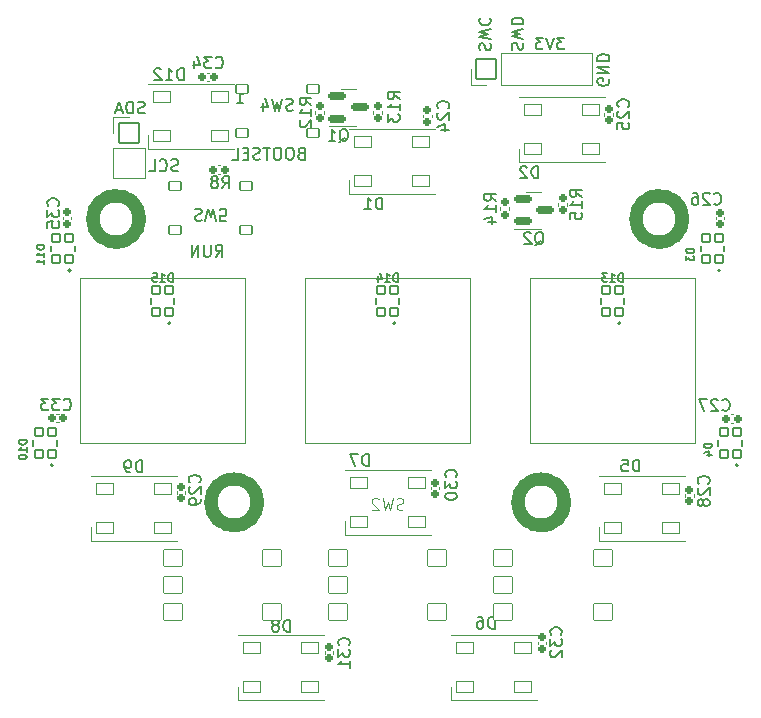
<source format=gbr>
%TF.GenerationSoftware,KiCad,Pcbnew,7.0.5*%
%TF.CreationDate,2024-03-22T11:59:17-05:00*%
%TF.ProjectId,RP2040,52503230-3430-42e6-9b69-6361645f7063,REV1*%
%TF.SameCoordinates,Original*%
%TF.FileFunction,Legend,Bot*%
%TF.FilePolarity,Positive*%
%FSLAX46Y46*%
G04 Gerber Fmt 4.6, Leading zero omitted, Abs format (unit mm)*
G04 Created by KiCad (PCBNEW 7.0.5) date 2024-03-22 11:59:17*
%MOMM*%
%LPD*%
G01*
G04 APERTURE LIST*
G04 Aperture macros list*
%AMRoundRect*
0 Rectangle with rounded corners*
0 $1 Rounding radius*
0 $2 $3 $4 $5 $6 $7 $8 $9 X,Y pos of 4 corners*
0 Add a 4 corners polygon primitive as box body*
4,1,4,$2,$3,$4,$5,$6,$7,$8,$9,$2,$3,0*
0 Add four circle primitives for the rounded corners*
1,1,$1+$1,$2,$3*
1,1,$1+$1,$4,$5*
1,1,$1+$1,$6,$7*
1,1,$1+$1,$8,$9*
0 Add four rect primitives between the rounded corners*
20,1,$1+$1,$2,$3,$4,$5,0*
20,1,$1+$1,$4,$5,$6,$7,0*
20,1,$1+$1,$6,$7,$8,$9,0*
20,1,$1+$1,$8,$9,$2,$3,0*%
G04 Aperture macros list end*
%ADD10C,2.560000*%
%ADD11C,0.150000*%
%ADD12C,0.100000*%
%ADD13C,0.127000*%
%ADD14C,0.200000*%
%ADD15C,0.120000*%
%ADD16RoundRect,0.102000X-0.350000X0.350000X-0.350000X-0.350000X0.350000X-0.350000X0.350000X0.350000X0*%
%ADD17O,1.102000X1.902000*%
%ADD18O,1.102000X2.302000*%
%ADD19C,2.802000*%
%ADD20C,4.402000*%
%ADD21RoundRect,0.191000X-0.140000X-0.170000X0.140000X-0.170000X0.140000X0.170000X-0.140000X0.170000X0*%
%ADD22RoundRect,0.051000X0.750000X0.450000X-0.750000X0.450000X-0.750000X-0.450000X0.750000X-0.450000X0*%
%ADD23RoundRect,0.051000X0.500000X0.375000X-0.500000X0.375000X-0.500000X-0.375000X0.500000X-0.375000X0*%
%ADD24RoundRect,0.191000X-0.170000X0.140000X-0.170000X-0.140000X0.170000X-0.140000X0.170000X0.140000X0*%
%ADD25RoundRect,0.186000X0.185000X-0.135000X0.185000X0.135000X-0.185000X0.135000X-0.185000X-0.135000X0*%
%ADD26RoundRect,0.186000X-0.185000X0.135000X-0.185000X-0.135000X0.185000X-0.135000X0.185000X0.135000X0*%
%ADD27C,1.802000*%
%ADD28RoundRect,0.051000X-0.500000X-0.375000X0.500000X-0.375000X0.500000X0.375000X-0.500000X0.375000X0*%
%ADD29RoundRect,0.191000X0.170000X-0.140000X0.170000X0.140000X-0.170000X0.140000X-0.170000X-0.140000X0*%
%ADD30RoundRect,0.051000X0.800000X0.700000X-0.800000X0.700000X-0.800000X-0.700000X0.800000X-0.700000X0*%
%ADD31RoundRect,0.051000X0.850000X0.850000X-0.850000X0.850000X-0.850000X-0.850000X0.850000X-0.850000X0*%
%ADD32O,1.802000X1.802000*%
%ADD33RoundRect,0.201000X-0.587500X-0.150000X0.587500X-0.150000X0.587500X0.150000X-0.587500X0.150000X0*%
%ADD34RoundRect,0.191000X0.140000X0.170000X-0.140000X0.170000X-0.140000X-0.170000X0.140000X-0.170000X0*%
%ADD35RoundRect,0.051000X-0.850000X0.850000X-0.850000X-0.850000X0.850000X-0.850000X0.850000X0.850000X0*%
G04 APERTURE END LIST*
D10*
X-21720000Y12000000D02*
G75*
G03*
X-21720000Y12000000I-1280000J0D01*
G01*
X14280000Y-12000000D02*
G75*
G03*
X14280000Y-12000000I-1280000J0D01*
G01*
X-11720000Y-12000000D02*
G75*
G03*
X-11720000Y-12000000I-1280000J0D01*
G01*
X24280000Y12000000D02*
G75*
G03*
X24280000Y12000000I-1280000J0D01*
G01*
D11*
X-20589161Y20977800D02*
X-20732018Y20930181D01*
X-20732018Y20930181D02*
X-20970113Y20930181D01*
X-20970113Y20930181D02*
X-21065351Y20977800D01*
X-21065351Y20977800D02*
X-21112970Y21025420D01*
X-21112970Y21025420D02*
X-21160589Y21120658D01*
X-21160589Y21120658D02*
X-21160589Y21215896D01*
X-21160589Y21215896D02*
X-21112970Y21311134D01*
X-21112970Y21311134D02*
X-21065351Y21358753D01*
X-21065351Y21358753D02*
X-20970113Y21406372D01*
X-20970113Y21406372D02*
X-20779637Y21453991D01*
X-20779637Y21453991D02*
X-20684399Y21501610D01*
X-20684399Y21501610D02*
X-20636780Y21549229D01*
X-20636780Y21549229D02*
X-20589161Y21644467D01*
X-20589161Y21644467D02*
X-20589161Y21739705D01*
X-20589161Y21739705D02*
X-20636780Y21834943D01*
X-20636780Y21834943D02*
X-20684399Y21882562D01*
X-20684399Y21882562D02*
X-20779637Y21930181D01*
X-20779637Y21930181D02*
X-21017732Y21930181D01*
X-21017732Y21930181D02*
X-21160589Y21882562D01*
X-21589161Y20930181D02*
X-21589161Y21930181D01*
X-21589161Y21930181D02*
X-21827256Y21930181D01*
X-21827256Y21930181D02*
X-21970113Y21882562D01*
X-21970113Y21882562D02*
X-22065351Y21787324D01*
X-22065351Y21787324D02*
X-22112970Y21692086D01*
X-22112970Y21692086D02*
X-22160589Y21501610D01*
X-22160589Y21501610D02*
X-22160589Y21358753D01*
X-22160589Y21358753D02*
X-22112970Y21168277D01*
X-22112970Y21168277D02*
X-22065351Y21073039D01*
X-22065351Y21073039D02*
X-21970113Y20977800D01*
X-21970113Y20977800D02*
X-21827256Y20930181D01*
X-21827256Y20930181D02*
X-21589161Y20930181D01*
X-22541542Y21215896D02*
X-23017732Y21215896D01*
X-22446304Y20930181D02*
X-22779637Y21930181D01*
X-22779637Y21930181D02*
X-23112970Y20930181D01*
X10537800Y26334161D02*
X10490180Y26477018D01*
X10490180Y26477018D02*
X10490180Y26715113D01*
X10490180Y26715113D02*
X10537800Y26810351D01*
X10537800Y26810351D02*
X10585419Y26857970D01*
X10585419Y26857970D02*
X10680657Y26905589D01*
X10680657Y26905589D02*
X10775895Y26905589D01*
X10775895Y26905589D02*
X10871133Y26857970D01*
X10871133Y26857970D02*
X10918752Y26810351D01*
X10918752Y26810351D02*
X10966371Y26715113D01*
X10966371Y26715113D02*
X11013990Y26524637D01*
X11013990Y26524637D02*
X11061609Y26429399D01*
X11061609Y26429399D02*
X11109228Y26381780D01*
X11109228Y26381780D02*
X11204466Y26334161D01*
X11204466Y26334161D02*
X11299704Y26334161D01*
X11299704Y26334161D02*
X11394942Y26381780D01*
X11394942Y26381780D02*
X11442561Y26429399D01*
X11442561Y26429399D02*
X11490180Y26524637D01*
X11490180Y26524637D02*
X11490180Y26762732D01*
X11490180Y26762732D02*
X11442561Y26905589D01*
X11490180Y27238923D02*
X10490180Y27477018D01*
X10490180Y27477018D02*
X11204466Y27667494D01*
X11204466Y27667494D02*
X10490180Y27857970D01*
X10490180Y27857970D02*
X11490180Y28096065D01*
X10490180Y28477018D02*
X11490180Y28477018D01*
X11490180Y28477018D02*
X11490180Y28715113D01*
X11490180Y28715113D02*
X11442561Y28857970D01*
X11442561Y28857970D02*
X11347323Y28953208D01*
X11347323Y28953208D02*
X11252085Y29000827D01*
X11252085Y29000827D02*
X11061609Y29048446D01*
X11061609Y29048446D02*
X10918752Y29048446D01*
X10918752Y29048446D02*
X10728276Y29000827D01*
X10728276Y29000827D02*
X10633038Y28953208D01*
X10633038Y28953208D02*
X10537800Y28857970D01*
X10537800Y28857970D02*
X10490180Y28715113D01*
X10490180Y28715113D02*
X10490180Y28477018D01*
X-17739161Y16077800D02*
X-17882018Y16030181D01*
X-17882018Y16030181D02*
X-18120113Y16030181D01*
X-18120113Y16030181D02*
X-18215351Y16077800D01*
X-18215351Y16077800D02*
X-18262970Y16125420D01*
X-18262970Y16125420D02*
X-18310589Y16220658D01*
X-18310589Y16220658D02*
X-18310589Y16315896D01*
X-18310589Y16315896D02*
X-18262970Y16411134D01*
X-18262970Y16411134D02*
X-18215351Y16458753D01*
X-18215351Y16458753D02*
X-18120113Y16506372D01*
X-18120113Y16506372D02*
X-17929637Y16553991D01*
X-17929637Y16553991D02*
X-17834399Y16601610D01*
X-17834399Y16601610D02*
X-17786780Y16649229D01*
X-17786780Y16649229D02*
X-17739161Y16744467D01*
X-17739161Y16744467D02*
X-17739161Y16839705D01*
X-17739161Y16839705D02*
X-17786780Y16934943D01*
X-17786780Y16934943D02*
X-17834399Y16982562D01*
X-17834399Y16982562D02*
X-17929637Y17030181D01*
X-17929637Y17030181D02*
X-18167732Y17030181D01*
X-18167732Y17030181D02*
X-18310589Y16982562D01*
X-19310589Y16125420D02*
X-19262970Y16077800D01*
X-19262970Y16077800D02*
X-19120113Y16030181D01*
X-19120113Y16030181D02*
X-19024875Y16030181D01*
X-19024875Y16030181D02*
X-18882018Y16077800D01*
X-18882018Y16077800D02*
X-18786780Y16173039D01*
X-18786780Y16173039D02*
X-18739161Y16268277D01*
X-18739161Y16268277D02*
X-18691542Y16458753D01*
X-18691542Y16458753D02*
X-18691542Y16601610D01*
X-18691542Y16601610D02*
X-18739161Y16792086D01*
X-18739161Y16792086D02*
X-18786780Y16887324D01*
X-18786780Y16887324D02*
X-18882018Y16982562D01*
X-18882018Y16982562D02*
X-19024875Y17030181D01*
X-19024875Y17030181D02*
X-19120113Y17030181D01*
X-19120113Y17030181D02*
X-19262970Y16982562D01*
X-19262970Y16982562D02*
X-19310589Y16934943D01*
X-20215351Y16030181D02*
X-19739161Y16030181D01*
X-19739161Y16030181D02*
X-19739161Y17030181D01*
X7787800Y26284161D02*
X7740180Y26427018D01*
X7740180Y26427018D02*
X7740180Y26665113D01*
X7740180Y26665113D02*
X7787800Y26760351D01*
X7787800Y26760351D02*
X7835419Y26807970D01*
X7835419Y26807970D02*
X7930657Y26855589D01*
X7930657Y26855589D02*
X8025895Y26855589D01*
X8025895Y26855589D02*
X8121133Y26807970D01*
X8121133Y26807970D02*
X8168752Y26760351D01*
X8168752Y26760351D02*
X8216371Y26665113D01*
X8216371Y26665113D02*
X8263990Y26474637D01*
X8263990Y26474637D02*
X8311609Y26379399D01*
X8311609Y26379399D02*
X8359228Y26331780D01*
X8359228Y26331780D02*
X8454466Y26284161D01*
X8454466Y26284161D02*
X8549704Y26284161D01*
X8549704Y26284161D02*
X8644942Y26331780D01*
X8644942Y26331780D02*
X8692561Y26379399D01*
X8692561Y26379399D02*
X8740180Y26474637D01*
X8740180Y26474637D02*
X8740180Y26712732D01*
X8740180Y26712732D02*
X8692561Y26855589D01*
X8740180Y27188923D02*
X7740180Y27427018D01*
X7740180Y27427018D02*
X8454466Y27617494D01*
X8454466Y27617494D02*
X7740180Y27807970D01*
X7740180Y27807970D02*
X8740180Y28046065D01*
X7835419Y28998446D02*
X7787800Y28950827D01*
X7787800Y28950827D02*
X7740180Y28807970D01*
X7740180Y28807970D02*
X7740180Y28712732D01*
X7740180Y28712732D02*
X7787800Y28569875D01*
X7787800Y28569875D02*
X7883038Y28474637D01*
X7883038Y28474637D02*
X7978276Y28427018D01*
X7978276Y28427018D02*
X8168752Y28379399D01*
X8168752Y28379399D02*
X8311609Y28379399D01*
X8311609Y28379399D02*
X8502085Y28427018D01*
X8502085Y28427018D02*
X8597323Y28474637D01*
X8597323Y28474637D02*
X8692561Y28569875D01*
X8692561Y28569875D02*
X8740180Y28712732D01*
X8740180Y28712732D02*
X8740180Y28807970D01*
X8740180Y28807970D02*
X8692561Y28950827D01*
X8692561Y28950827D02*
X8644942Y28998446D01*
X14958458Y27350181D02*
X14339411Y27350181D01*
X14339411Y27350181D02*
X14672744Y26969229D01*
X14672744Y26969229D02*
X14529887Y26969229D01*
X14529887Y26969229D02*
X14434649Y26921610D01*
X14434649Y26921610D02*
X14387030Y26873991D01*
X14387030Y26873991D02*
X14339411Y26778753D01*
X14339411Y26778753D02*
X14339411Y26540658D01*
X14339411Y26540658D02*
X14387030Y26445420D01*
X14387030Y26445420D02*
X14434649Y26397800D01*
X14434649Y26397800D02*
X14529887Y26350181D01*
X14529887Y26350181D02*
X14815601Y26350181D01*
X14815601Y26350181D02*
X14910839Y26397800D01*
X14910839Y26397800D02*
X14958458Y26445420D01*
X14053696Y27350181D02*
X13720363Y26350181D01*
X13720363Y26350181D02*
X13387030Y27350181D01*
X13148934Y27350181D02*
X12529887Y27350181D01*
X12529887Y27350181D02*
X12863220Y26969229D01*
X12863220Y26969229D02*
X12720363Y26969229D01*
X12720363Y26969229D02*
X12625125Y26921610D01*
X12625125Y26921610D02*
X12577506Y26873991D01*
X12577506Y26873991D02*
X12529887Y26778753D01*
X12529887Y26778753D02*
X12529887Y26540658D01*
X12529887Y26540658D02*
X12577506Y26445420D01*
X12577506Y26445420D02*
X12625125Y26397800D01*
X12625125Y26397800D02*
X12720363Y26350181D01*
X12720363Y26350181D02*
X13006077Y26350181D01*
X13006077Y26350181D02*
X13101315Y26397800D01*
X13101315Y26397800D02*
X13148934Y26445420D01*
X18712561Y23850589D02*
X18760180Y23755351D01*
X18760180Y23755351D02*
X18760180Y23612494D01*
X18760180Y23612494D02*
X18712561Y23469637D01*
X18712561Y23469637D02*
X18617323Y23374399D01*
X18617323Y23374399D02*
X18522085Y23326780D01*
X18522085Y23326780D02*
X18331609Y23279161D01*
X18331609Y23279161D02*
X18188752Y23279161D01*
X18188752Y23279161D02*
X17998276Y23326780D01*
X17998276Y23326780D02*
X17903038Y23374399D01*
X17903038Y23374399D02*
X17807800Y23469637D01*
X17807800Y23469637D02*
X17760180Y23612494D01*
X17760180Y23612494D02*
X17760180Y23707732D01*
X17760180Y23707732D02*
X17807800Y23850589D01*
X17807800Y23850589D02*
X17855419Y23898208D01*
X17855419Y23898208D02*
X18188752Y23898208D01*
X18188752Y23898208D02*
X18188752Y23707732D01*
X17760180Y24326780D02*
X18760180Y24326780D01*
X18760180Y24326780D02*
X17760180Y24898208D01*
X17760180Y24898208D02*
X18760180Y24898208D01*
X17760180Y25374399D02*
X18760180Y25374399D01*
X18760180Y25374399D02*
X18760180Y25612494D01*
X18760180Y25612494D02*
X18712561Y25755351D01*
X18712561Y25755351D02*
X18617323Y25850589D01*
X18617323Y25850589D02*
X18522085Y25898208D01*
X18522085Y25898208D02*
X18331609Y25945827D01*
X18331609Y25945827D02*
X18188752Y25945827D01*
X18188752Y25945827D02*
X17998276Y25898208D01*
X17998276Y25898208D02*
X17903038Y25850589D01*
X17903038Y25850589D02*
X17807800Y25755351D01*
X17807800Y25755351D02*
X17760180Y25612494D01*
X17760180Y25612494D02*
X17760180Y25374399D01*
%TO.C,D15*%
X-18212143Y6688593D02*
X-18212143Y7378593D01*
X-18212143Y7378593D02*
X-18376429Y7378593D01*
X-18376429Y7378593D02*
X-18475000Y7345736D01*
X-18475000Y7345736D02*
X-18540715Y7280022D01*
X-18540715Y7280022D02*
X-18573572Y7214308D01*
X-18573572Y7214308D02*
X-18606429Y7082879D01*
X-18606429Y7082879D02*
X-18606429Y6984308D01*
X-18606429Y6984308D02*
X-18573572Y6852879D01*
X-18573572Y6852879D02*
X-18540715Y6787165D01*
X-18540715Y6787165D02*
X-18475000Y6721450D01*
X-18475000Y6721450D02*
X-18376429Y6688593D01*
X-18376429Y6688593D02*
X-18212143Y6688593D01*
X-19263572Y6688593D02*
X-18869286Y6688593D01*
X-19066429Y6688593D02*
X-19066429Y7378593D01*
X-19066429Y7378593D02*
X-19000715Y7280022D01*
X-19000715Y7280022D02*
X-18935000Y7214308D01*
X-18935000Y7214308D02*
X-18869286Y7181450D01*
X-19887858Y7378593D02*
X-19559286Y7378593D01*
X-19559286Y7378593D02*
X-19526429Y7050022D01*
X-19526429Y7050022D02*
X-19559286Y7082879D01*
X-19559286Y7082879D02*
X-19625000Y7115736D01*
X-19625000Y7115736D02*
X-19789286Y7115736D01*
X-19789286Y7115736D02*
X-19855000Y7082879D01*
X-19855000Y7082879D02*
X-19887858Y7050022D01*
X-19887858Y7050022D02*
X-19920715Y6984308D01*
X-19920715Y6984308D02*
X-19920715Y6820022D01*
X-19920715Y6820022D02*
X-19887858Y6754308D01*
X-19887858Y6754308D02*
X-19855000Y6721450D01*
X-19855000Y6721450D02*
X-19789286Y6688593D01*
X-19789286Y6688593D02*
X-19625000Y6688593D01*
X-19625000Y6688593D02*
X-19559286Y6721450D01*
X-19559286Y6721450D02*
X-19526429Y6754308D01*
%TO.C,D14*%
X837857Y6688593D02*
X837857Y7378593D01*
X837857Y7378593D02*
X673571Y7378593D01*
X673571Y7378593D02*
X575000Y7345736D01*
X575000Y7345736D02*
X509285Y7280022D01*
X509285Y7280022D02*
X476428Y7214308D01*
X476428Y7214308D02*
X443571Y7082879D01*
X443571Y7082879D02*
X443571Y6984308D01*
X443571Y6984308D02*
X476428Y6852879D01*
X476428Y6852879D02*
X509285Y6787165D01*
X509285Y6787165D02*
X575000Y6721450D01*
X575000Y6721450D02*
X673571Y6688593D01*
X673571Y6688593D02*
X837857Y6688593D01*
X-213572Y6688593D02*
X180714Y6688593D01*
X-16429Y6688593D02*
X-16429Y7378593D01*
X-16429Y7378593D02*
X49285Y7280022D01*
X49285Y7280022D02*
X115000Y7214308D01*
X115000Y7214308D02*
X180714Y7181450D01*
X-805000Y7148593D02*
X-805000Y6688593D01*
X-640715Y7411450D02*
X-476429Y6918593D01*
X-476429Y6918593D02*
X-903572Y6918593D01*
%TO.C,D13*%
X19887857Y6688593D02*
X19887857Y7378593D01*
X19887857Y7378593D02*
X19723571Y7378593D01*
X19723571Y7378593D02*
X19625000Y7345736D01*
X19625000Y7345736D02*
X19559285Y7280022D01*
X19559285Y7280022D02*
X19526428Y7214308D01*
X19526428Y7214308D02*
X19493571Y7082879D01*
X19493571Y7082879D02*
X19493571Y6984308D01*
X19493571Y6984308D02*
X19526428Y6852879D01*
X19526428Y6852879D02*
X19559285Y6787165D01*
X19559285Y6787165D02*
X19625000Y6721450D01*
X19625000Y6721450D02*
X19723571Y6688593D01*
X19723571Y6688593D02*
X19887857Y6688593D01*
X18836428Y6688593D02*
X19230714Y6688593D01*
X19033571Y6688593D02*
X19033571Y7378593D01*
X19033571Y7378593D02*
X19099285Y7280022D01*
X19099285Y7280022D02*
X19165000Y7214308D01*
X19165000Y7214308D02*
X19230714Y7181450D01*
X18606428Y7378593D02*
X18179285Y7378593D01*
X18179285Y7378593D02*
X18409285Y7115736D01*
X18409285Y7115736D02*
X18310714Y7115736D01*
X18310714Y7115736D02*
X18245000Y7082879D01*
X18245000Y7082879D02*
X18212142Y7050022D01*
X18212142Y7050022D02*
X18179285Y6984308D01*
X18179285Y6984308D02*
X18179285Y6820022D01*
X18179285Y6820022D02*
X18212142Y6754308D01*
X18212142Y6754308D02*
X18245000Y6721450D01*
X18245000Y6721450D02*
X18310714Y6688593D01*
X18310714Y6688593D02*
X18507857Y6688593D01*
X18507857Y6688593D02*
X18573571Y6721450D01*
X18573571Y6721450D02*
X18606428Y6754308D01*
%TO.C,D11*%
X-29074194Y9760144D02*
X-29714194Y9760144D01*
X-29714194Y9760144D02*
X-29714194Y9607763D01*
X-29714194Y9607763D02*
X-29683718Y9516334D01*
X-29683718Y9516334D02*
X-29622766Y9455382D01*
X-29622766Y9455382D02*
X-29561813Y9424905D01*
X-29561813Y9424905D02*
X-29439909Y9394429D01*
X-29439909Y9394429D02*
X-29348480Y9394429D01*
X-29348480Y9394429D02*
X-29226575Y9424905D01*
X-29226575Y9424905D02*
X-29165623Y9455382D01*
X-29165623Y9455382D02*
X-29104670Y9516334D01*
X-29104670Y9516334D02*
X-29074194Y9607763D01*
X-29074194Y9607763D02*
X-29074194Y9760144D01*
X-29074194Y8784905D02*
X-29074194Y9150620D01*
X-29074194Y8967763D02*
X-29714194Y8967763D01*
X-29714194Y8967763D02*
X-29622766Y9028715D01*
X-29622766Y9028715D02*
X-29561813Y9089667D01*
X-29561813Y9089667D02*
X-29531337Y9150620D01*
X-29074194Y8175381D02*
X-29074194Y8541096D01*
X-29074194Y8358239D02*
X-29714194Y8358239D01*
X-29714194Y8358239D02*
X-29622766Y8419191D01*
X-29622766Y8419191D02*
X-29561813Y8480143D01*
X-29561813Y8480143D02*
X-29531337Y8541096D01*
%TO.C,D10*%
X-30574194Y-6739856D02*
X-31214194Y-6739856D01*
X-31214194Y-6739856D02*
X-31214194Y-6892237D01*
X-31214194Y-6892237D02*
X-31183718Y-6983666D01*
X-31183718Y-6983666D02*
X-31122766Y-7044618D01*
X-31122766Y-7044618D02*
X-31061813Y-7075095D01*
X-31061813Y-7075095D02*
X-30939909Y-7105571D01*
X-30939909Y-7105571D02*
X-30848480Y-7105571D01*
X-30848480Y-7105571D02*
X-30726575Y-7075095D01*
X-30726575Y-7075095D02*
X-30665623Y-7044618D01*
X-30665623Y-7044618D02*
X-30604670Y-6983666D01*
X-30604670Y-6983666D02*
X-30574194Y-6892237D01*
X-30574194Y-6892237D02*
X-30574194Y-6739856D01*
X-30574194Y-7715095D02*
X-30574194Y-7349380D01*
X-30574194Y-7532237D02*
X-31214194Y-7532237D01*
X-31214194Y-7532237D02*
X-31122766Y-7471285D01*
X-31122766Y-7471285D02*
X-31061813Y-7410333D01*
X-31061813Y-7410333D02*
X-31031337Y-7349380D01*
X-31214194Y-8111285D02*
X-31214194Y-8172238D01*
X-31214194Y-8172238D02*
X-31183718Y-8233190D01*
X-31183718Y-8233190D02*
X-31153242Y-8263666D01*
X-31153242Y-8263666D02*
X-31092290Y-8294142D01*
X-31092290Y-8294142D02*
X-30970385Y-8324619D01*
X-30970385Y-8324619D02*
X-30818004Y-8324619D01*
X-30818004Y-8324619D02*
X-30696099Y-8294142D01*
X-30696099Y-8294142D02*
X-30635147Y-8263666D01*
X-30635147Y-8263666D02*
X-30604670Y-8233190D01*
X-30604670Y-8233190D02*
X-30574194Y-8172238D01*
X-30574194Y-8172238D02*
X-30574194Y-8111285D01*
X-30574194Y-8111285D02*
X-30604670Y-8050333D01*
X-30604670Y-8050333D02*
X-30635147Y-8019857D01*
X-30635147Y-8019857D02*
X-30696099Y-7989380D01*
X-30696099Y-7989380D02*
X-30818004Y-7958904D01*
X-30818004Y-7958904D02*
X-30970385Y-7958904D01*
X-30970385Y-7958904D02*
X-31092290Y-7989380D01*
X-31092290Y-7989380D02*
X-31153242Y-8019857D01*
X-31153242Y-8019857D02*
X-31183718Y-8050333D01*
X-31183718Y-8050333D02*
X-31214194Y-8111285D01*
%TO.C,D4*%
X27425806Y-7044618D02*
X26785806Y-7044618D01*
X26785806Y-7044618D02*
X26785806Y-7196999D01*
X26785806Y-7196999D02*
X26816282Y-7288428D01*
X26816282Y-7288428D02*
X26877234Y-7349380D01*
X26877234Y-7349380D02*
X26938187Y-7379857D01*
X26938187Y-7379857D02*
X27060091Y-7410333D01*
X27060091Y-7410333D02*
X27151520Y-7410333D01*
X27151520Y-7410333D02*
X27273425Y-7379857D01*
X27273425Y-7379857D02*
X27334377Y-7349380D01*
X27334377Y-7349380D02*
X27395330Y-7288428D01*
X27395330Y-7288428D02*
X27425806Y-7196999D01*
X27425806Y-7196999D02*
X27425806Y-7044618D01*
X26999139Y-7958904D02*
X27425806Y-7958904D01*
X26755330Y-7806523D02*
X27212472Y-7654142D01*
X27212472Y-7654142D02*
X27212472Y-8050333D01*
%TO.C,D3*%
X25925806Y9455382D02*
X25285806Y9455382D01*
X25285806Y9455382D02*
X25285806Y9303001D01*
X25285806Y9303001D02*
X25316282Y9211572D01*
X25316282Y9211572D02*
X25377234Y9150620D01*
X25377234Y9150620D02*
X25438187Y9120143D01*
X25438187Y9120143D02*
X25560091Y9089667D01*
X25560091Y9089667D02*
X25651520Y9089667D01*
X25651520Y9089667D02*
X25773425Y9120143D01*
X25773425Y9120143D02*
X25834377Y9150620D01*
X25834377Y9150620D02*
X25895330Y9211572D01*
X25895330Y9211572D02*
X25925806Y9303001D01*
X25925806Y9303001D02*
X25925806Y9455382D01*
X25285806Y8876334D02*
X25285806Y8480143D01*
X25285806Y8480143D02*
X25529615Y8693477D01*
X25529615Y8693477D02*
X25529615Y8602048D01*
X25529615Y8602048D02*
X25560091Y8541096D01*
X25560091Y8541096D02*
X25590568Y8510620D01*
X25590568Y8510620D02*
X25651520Y8480143D01*
X25651520Y8480143D02*
X25803901Y8480143D01*
X25803901Y8480143D02*
X25864853Y8510620D01*
X25864853Y8510620D02*
X25895330Y8541096D01*
X25895330Y8541096D02*
X25925806Y8602048D01*
X25925806Y8602048D02*
X25925806Y8784905D01*
X25925806Y8784905D02*
X25895330Y8845858D01*
X25895330Y8845858D02*
X25864853Y8876334D01*
%TO.C,R8*%
X-14003334Y14595181D02*
X-13670001Y15071372D01*
X-13431906Y14595181D02*
X-13431906Y15595181D01*
X-13431906Y15595181D02*
X-13812858Y15595181D01*
X-13812858Y15595181D02*
X-13908096Y15547562D01*
X-13908096Y15547562D02*
X-13955715Y15499943D01*
X-13955715Y15499943D02*
X-14003334Y15404705D01*
X-14003334Y15404705D02*
X-14003334Y15261848D01*
X-14003334Y15261848D02*
X-13955715Y15166610D01*
X-13955715Y15166610D02*
X-13908096Y15118991D01*
X-13908096Y15118991D02*
X-13812858Y15071372D01*
X-13812858Y15071372D02*
X-13431906Y15071372D01*
X-14574763Y15166610D02*
X-14479525Y15214229D01*
X-14479525Y15214229D02*
X-14431906Y15261848D01*
X-14431906Y15261848D02*
X-14384287Y15357086D01*
X-14384287Y15357086D02*
X-14384287Y15404705D01*
X-14384287Y15404705D02*
X-14431906Y15499943D01*
X-14431906Y15499943D02*
X-14479525Y15547562D01*
X-14479525Y15547562D02*
X-14574763Y15595181D01*
X-14574763Y15595181D02*
X-14765239Y15595181D01*
X-14765239Y15595181D02*
X-14860477Y15547562D01*
X-14860477Y15547562D02*
X-14908096Y15499943D01*
X-14908096Y15499943D02*
X-14955715Y15404705D01*
X-14955715Y15404705D02*
X-14955715Y15357086D01*
X-14955715Y15357086D02*
X-14908096Y15261848D01*
X-14908096Y15261848D02*
X-14860477Y15214229D01*
X-14860477Y15214229D02*
X-14765239Y15166610D01*
X-14765239Y15166610D02*
X-14574763Y15166610D01*
X-14574763Y15166610D02*
X-14479525Y15118991D01*
X-14479525Y15118991D02*
X-14431906Y15071372D01*
X-14431906Y15071372D02*
X-14384287Y14976134D01*
X-14384287Y14976134D02*
X-14384287Y14785658D01*
X-14384287Y14785658D02*
X-14431906Y14690420D01*
X-14431906Y14690420D02*
X-14479525Y14642800D01*
X-14479525Y14642800D02*
X-14574763Y14595181D01*
X-14574763Y14595181D02*
X-14765239Y14595181D01*
X-14765239Y14595181D02*
X-14860477Y14642800D01*
X-14860477Y14642800D02*
X-14908096Y14690420D01*
X-14908096Y14690420D02*
X-14955715Y14785658D01*
X-14955715Y14785658D02*
X-14955715Y14976134D01*
X-14955715Y14976134D02*
X-14908096Y15071372D01*
X-14908096Y15071372D02*
X-14860477Y15118991D01*
X-14860477Y15118991D02*
X-14765239Y15166610D01*
%TO.C,D7*%
X-1611906Y-8904819D02*
X-1611906Y-7904819D01*
X-1611906Y-7904819D02*
X-1850001Y-7904819D01*
X-1850001Y-7904819D02*
X-1992858Y-7952438D01*
X-1992858Y-7952438D02*
X-2088096Y-8047676D01*
X-2088096Y-8047676D02*
X-2135715Y-8142914D01*
X-2135715Y-8142914D02*
X-2183334Y-8333390D01*
X-2183334Y-8333390D02*
X-2183334Y-8476247D01*
X-2183334Y-8476247D02*
X-2135715Y-8666723D01*
X-2135715Y-8666723D02*
X-2088096Y-8761961D01*
X-2088096Y-8761961D02*
X-1992858Y-8857200D01*
X-1992858Y-8857200D02*
X-1850001Y-8904819D01*
X-1850001Y-8904819D02*
X-1611906Y-8904819D01*
X-2516668Y-7904819D02*
X-3183334Y-7904819D01*
X-3183334Y-7904819D02*
X-2754763Y-8904819D01*
%TO.C,SW4*%
X-8016668Y21217800D02*
X-8159525Y21170181D01*
X-8159525Y21170181D02*
X-8397620Y21170181D01*
X-8397620Y21170181D02*
X-8492858Y21217800D01*
X-8492858Y21217800D02*
X-8540477Y21265420D01*
X-8540477Y21265420D02*
X-8588096Y21360658D01*
X-8588096Y21360658D02*
X-8588096Y21455896D01*
X-8588096Y21455896D02*
X-8540477Y21551134D01*
X-8540477Y21551134D02*
X-8492858Y21598753D01*
X-8492858Y21598753D02*
X-8397620Y21646372D01*
X-8397620Y21646372D02*
X-8207144Y21693991D01*
X-8207144Y21693991D02*
X-8111906Y21741610D01*
X-8111906Y21741610D02*
X-8064287Y21789229D01*
X-8064287Y21789229D02*
X-8016668Y21884467D01*
X-8016668Y21884467D02*
X-8016668Y21979705D01*
X-8016668Y21979705D02*
X-8064287Y22074943D01*
X-8064287Y22074943D02*
X-8111906Y22122562D01*
X-8111906Y22122562D02*
X-8207144Y22170181D01*
X-8207144Y22170181D02*
X-8445239Y22170181D01*
X-8445239Y22170181D02*
X-8588096Y22122562D01*
X-8921430Y22170181D02*
X-9159525Y21170181D01*
X-9159525Y21170181D02*
X-9350001Y21884467D01*
X-9350001Y21884467D02*
X-9540477Y21170181D01*
X-9540477Y21170181D02*
X-9778572Y22170181D01*
X-10588096Y21836848D02*
X-10588096Y21170181D01*
X-10350001Y22217800D02*
X-10111906Y21503515D01*
X-10111906Y21503515D02*
X-10730953Y21503515D01*
X-7329524Y17543991D02*
X-7472381Y17496372D01*
X-7472381Y17496372D02*
X-7520000Y17448753D01*
X-7520000Y17448753D02*
X-7567619Y17353515D01*
X-7567619Y17353515D02*
X-7567619Y17210658D01*
X-7567619Y17210658D02*
X-7520000Y17115420D01*
X-7520000Y17115420D02*
X-7472381Y17067800D01*
X-7472381Y17067800D02*
X-7377143Y17020181D01*
X-7377143Y17020181D02*
X-6996191Y17020181D01*
X-6996191Y17020181D02*
X-6996191Y18020181D01*
X-6996191Y18020181D02*
X-7329524Y18020181D01*
X-7329524Y18020181D02*
X-7424762Y17972562D01*
X-7424762Y17972562D02*
X-7472381Y17924943D01*
X-7472381Y17924943D02*
X-7520000Y17829705D01*
X-7520000Y17829705D02*
X-7520000Y17734467D01*
X-7520000Y17734467D02*
X-7472381Y17639229D01*
X-7472381Y17639229D02*
X-7424762Y17591610D01*
X-7424762Y17591610D02*
X-7329524Y17543991D01*
X-7329524Y17543991D02*
X-6996191Y17543991D01*
X-8186667Y18020181D02*
X-8377143Y18020181D01*
X-8377143Y18020181D02*
X-8472381Y17972562D01*
X-8472381Y17972562D02*
X-8567619Y17877324D01*
X-8567619Y17877324D02*
X-8615238Y17686848D01*
X-8615238Y17686848D02*
X-8615238Y17353515D01*
X-8615238Y17353515D02*
X-8567619Y17163039D01*
X-8567619Y17163039D02*
X-8472381Y17067800D01*
X-8472381Y17067800D02*
X-8377143Y17020181D01*
X-8377143Y17020181D02*
X-8186667Y17020181D01*
X-8186667Y17020181D02*
X-8091429Y17067800D01*
X-8091429Y17067800D02*
X-7996191Y17163039D01*
X-7996191Y17163039D02*
X-7948572Y17353515D01*
X-7948572Y17353515D02*
X-7948572Y17686848D01*
X-7948572Y17686848D02*
X-7996191Y17877324D01*
X-7996191Y17877324D02*
X-8091429Y17972562D01*
X-8091429Y17972562D02*
X-8186667Y18020181D01*
X-9234286Y18020181D02*
X-9424762Y18020181D01*
X-9424762Y18020181D02*
X-9520000Y17972562D01*
X-9520000Y17972562D02*
X-9615238Y17877324D01*
X-9615238Y17877324D02*
X-9662857Y17686848D01*
X-9662857Y17686848D02*
X-9662857Y17353515D01*
X-9662857Y17353515D02*
X-9615238Y17163039D01*
X-9615238Y17163039D02*
X-9520000Y17067800D01*
X-9520000Y17067800D02*
X-9424762Y17020181D01*
X-9424762Y17020181D02*
X-9234286Y17020181D01*
X-9234286Y17020181D02*
X-9139048Y17067800D01*
X-9139048Y17067800D02*
X-9043810Y17163039D01*
X-9043810Y17163039D02*
X-8996191Y17353515D01*
X-8996191Y17353515D02*
X-8996191Y17686848D01*
X-8996191Y17686848D02*
X-9043810Y17877324D01*
X-9043810Y17877324D02*
X-9139048Y17972562D01*
X-9139048Y17972562D02*
X-9234286Y18020181D01*
X-9948572Y18020181D02*
X-10520000Y18020181D01*
X-10234286Y17020181D02*
X-10234286Y18020181D01*
X-10805715Y17067800D02*
X-10948572Y17020181D01*
X-10948572Y17020181D02*
X-11186667Y17020181D01*
X-11186667Y17020181D02*
X-11281905Y17067800D01*
X-11281905Y17067800D02*
X-11329524Y17115420D01*
X-11329524Y17115420D02*
X-11377143Y17210658D01*
X-11377143Y17210658D02*
X-11377143Y17305896D01*
X-11377143Y17305896D02*
X-11329524Y17401134D01*
X-11329524Y17401134D02*
X-11281905Y17448753D01*
X-11281905Y17448753D02*
X-11186667Y17496372D01*
X-11186667Y17496372D02*
X-10996191Y17543991D01*
X-10996191Y17543991D02*
X-10900953Y17591610D01*
X-10900953Y17591610D02*
X-10853334Y17639229D01*
X-10853334Y17639229D02*
X-10805715Y17734467D01*
X-10805715Y17734467D02*
X-10805715Y17829705D01*
X-10805715Y17829705D02*
X-10853334Y17924943D01*
X-10853334Y17924943D02*
X-10900953Y17972562D01*
X-10900953Y17972562D02*
X-10996191Y18020181D01*
X-10996191Y18020181D02*
X-11234286Y18020181D01*
X-11234286Y18020181D02*
X-11377143Y17972562D01*
X-11805715Y17543991D02*
X-12139048Y17543991D01*
X-12281905Y17020181D02*
X-11805715Y17020181D01*
X-11805715Y17020181D02*
X-11805715Y18020181D01*
X-11805715Y18020181D02*
X-12281905Y18020181D01*
X-13186667Y17020181D02*
X-12710477Y17020181D01*
X-12710477Y17020181D02*
X-12710477Y18020181D01*
%TO.C,C29*%
X-15940420Y-10307142D02*
X-15892800Y-10259523D01*
X-15892800Y-10259523D02*
X-15845181Y-10116666D01*
X-15845181Y-10116666D02*
X-15845181Y-10021428D01*
X-15845181Y-10021428D02*
X-15892800Y-9878571D01*
X-15892800Y-9878571D02*
X-15988039Y-9783333D01*
X-15988039Y-9783333D02*
X-16083277Y-9735714D01*
X-16083277Y-9735714D02*
X-16273753Y-9688095D01*
X-16273753Y-9688095D02*
X-16416610Y-9688095D01*
X-16416610Y-9688095D02*
X-16607086Y-9735714D01*
X-16607086Y-9735714D02*
X-16702324Y-9783333D01*
X-16702324Y-9783333D02*
X-16797562Y-9878571D01*
X-16797562Y-9878571D02*
X-16845181Y-10021428D01*
X-16845181Y-10021428D02*
X-16845181Y-10116666D01*
X-16845181Y-10116666D02*
X-16797562Y-10259523D01*
X-16797562Y-10259523D02*
X-16749943Y-10307142D01*
X-16749943Y-10688095D02*
X-16797562Y-10735714D01*
X-16797562Y-10735714D02*
X-16845181Y-10830952D01*
X-16845181Y-10830952D02*
X-16845181Y-11069047D01*
X-16845181Y-11069047D02*
X-16797562Y-11164285D01*
X-16797562Y-11164285D02*
X-16749943Y-11211904D01*
X-16749943Y-11211904D02*
X-16654705Y-11259523D01*
X-16654705Y-11259523D02*
X-16559467Y-11259523D01*
X-16559467Y-11259523D02*
X-16416610Y-11211904D01*
X-16416610Y-11211904D02*
X-15845181Y-10640476D01*
X-15845181Y-10640476D02*
X-15845181Y-11259523D01*
X-15845181Y-11735714D02*
X-15845181Y-11926190D01*
X-15845181Y-11926190D02*
X-15892800Y-12021428D01*
X-15892800Y-12021428D02*
X-15940420Y-12069047D01*
X-15940420Y-12069047D02*
X-16083277Y-12164285D01*
X-16083277Y-12164285D02*
X-16273753Y-12211904D01*
X-16273753Y-12211904D02*
X-16654705Y-12211904D01*
X-16654705Y-12211904D02*
X-16749943Y-12164285D01*
X-16749943Y-12164285D02*
X-16797562Y-12116666D01*
X-16797562Y-12116666D02*
X-16845181Y-12021428D01*
X-16845181Y-12021428D02*
X-16845181Y-11830952D01*
X-16845181Y-11830952D02*
X-16797562Y-11735714D01*
X-16797562Y-11735714D02*
X-16749943Y-11688095D01*
X-16749943Y-11688095D02*
X-16654705Y-11640476D01*
X-16654705Y-11640476D02*
X-16416610Y-11640476D01*
X-16416610Y-11640476D02*
X-16321372Y-11688095D01*
X-16321372Y-11688095D02*
X-16273753Y-11735714D01*
X-16273753Y-11735714D02*
X-16226134Y-11830952D01*
X-16226134Y-11830952D02*
X-16226134Y-12021428D01*
X-16226134Y-12021428D02*
X-16273753Y-12116666D01*
X-16273753Y-12116666D02*
X-16321372Y-12164285D01*
X-16321372Y-12164285D02*
X-16416610Y-12211904D01*
%TO.C,R15*%
X16444819Y13872858D02*
X15968628Y14206191D01*
X16444819Y14444286D02*
X15444819Y14444286D01*
X15444819Y14444286D02*
X15444819Y14063334D01*
X15444819Y14063334D02*
X15492438Y13968096D01*
X15492438Y13968096D02*
X15540057Y13920477D01*
X15540057Y13920477D02*
X15635295Y13872858D01*
X15635295Y13872858D02*
X15778152Y13872858D01*
X15778152Y13872858D02*
X15873390Y13920477D01*
X15873390Y13920477D02*
X15921009Y13968096D01*
X15921009Y13968096D02*
X15968628Y14063334D01*
X15968628Y14063334D02*
X15968628Y14444286D01*
X16444819Y12920477D02*
X16444819Y13491905D01*
X16444819Y13206191D02*
X15444819Y13206191D01*
X15444819Y13206191D02*
X15587676Y13301429D01*
X15587676Y13301429D02*
X15682914Y13396667D01*
X15682914Y13396667D02*
X15730533Y13491905D01*
X15444819Y12015715D02*
X15444819Y12491905D01*
X15444819Y12491905D02*
X15921009Y12539524D01*
X15921009Y12539524D02*
X15873390Y12491905D01*
X15873390Y12491905D02*
X15825771Y12396667D01*
X15825771Y12396667D02*
X15825771Y12158572D01*
X15825771Y12158572D02*
X15873390Y12063334D01*
X15873390Y12063334D02*
X15921009Y12015715D01*
X15921009Y12015715D02*
X16016247Y11968096D01*
X16016247Y11968096D02*
X16254342Y11968096D01*
X16254342Y11968096D02*
X16349580Y12015715D01*
X16349580Y12015715D02*
X16397200Y12063334D01*
X16397200Y12063334D02*
X16444819Y12158572D01*
X16444819Y12158572D02*
X16444819Y12396667D01*
X16444819Y12396667D02*
X16397200Y12491905D01*
X16397200Y12491905D02*
X16349580Y12539524D01*
%TO.C,R12*%
X-6455181Y21662858D02*
X-6931372Y21996191D01*
X-6455181Y22234286D02*
X-7455181Y22234286D01*
X-7455181Y22234286D02*
X-7455181Y21853334D01*
X-7455181Y21853334D02*
X-7407562Y21758096D01*
X-7407562Y21758096D02*
X-7359943Y21710477D01*
X-7359943Y21710477D02*
X-7264705Y21662858D01*
X-7264705Y21662858D02*
X-7121848Y21662858D01*
X-7121848Y21662858D02*
X-7026610Y21710477D01*
X-7026610Y21710477D02*
X-6978991Y21758096D01*
X-6978991Y21758096D02*
X-6931372Y21853334D01*
X-6931372Y21853334D02*
X-6931372Y22234286D01*
X-6455181Y20710477D02*
X-6455181Y21281905D01*
X-6455181Y20996191D02*
X-7455181Y20996191D01*
X-7455181Y20996191D02*
X-7312324Y21091429D01*
X-7312324Y21091429D02*
X-7217086Y21186667D01*
X-7217086Y21186667D02*
X-7169467Y21281905D01*
X-7359943Y20329524D02*
X-7407562Y20281905D01*
X-7407562Y20281905D02*
X-7455181Y20186667D01*
X-7455181Y20186667D02*
X-7455181Y19948572D01*
X-7455181Y19948572D02*
X-7407562Y19853334D01*
X-7407562Y19853334D02*
X-7359943Y19805715D01*
X-7359943Y19805715D02*
X-7264705Y19758096D01*
X-7264705Y19758096D02*
X-7169467Y19758096D01*
X-7169467Y19758096D02*
X-7026610Y19805715D01*
X-7026610Y19805715D02*
X-6455181Y20377143D01*
X-6455181Y20377143D02*
X-6455181Y19758096D01*
%TO.C,C30*%
X5759580Y-9857142D02*
X5807200Y-9809523D01*
X5807200Y-9809523D02*
X5854819Y-9666666D01*
X5854819Y-9666666D02*
X5854819Y-9571428D01*
X5854819Y-9571428D02*
X5807200Y-9428571D01*
X5807200Y-9428571D02*
X5711961Y-9333333D01*
X5711961Y-9333333D02*
X5616723Y-9285714D01*
X5616723Y-9285714D02*
X5426247Y-9238095D01*
X5426247Y-9238095D02*
X5283390Y-9238095D01*
X5283390Y-9238095D02*
X5092914Y-9285714D01*
X5092914Y-9285714D02*
X4997676Y-9333333D01*
X4997676Y-9333333D02*
X4902438Y-9428571D01*
X4902438Y-9428571D02*
X4854819Y-9571428D01*
X4854819Y-9571428D02*
X4854819Y-9666666D01*
X4854819Y-9666666D02*
X4902438Y-9809523D01*
X4902438Y-9809523D02*
X4950057Y-9857142D01*
X4854819Y-10190476D02*
X4854819Y-10809523D01*
X4854819Y-10809523D02*
X5235771Y-10476190D01*
X5235771Y-10476190D02*
X5235771Y-10619047D01*
X5235771Y-10619047D02*
X5283390Y-10714285D01*
X5283390Y-10714285D02*
X5331009Y-10761904D01*
X5331009Y-10761904D02*
X5426247Y-10809523D01*
X5426247Y-10809523D02*
X5664342Y-10809523D01*
X5664342Y-10809523D02*
X5759580Y-10761904D01*
X5759580Y-10761904D02*
X5807200Y-10714285D01*
X5807200Y-10714285D02*
X5854819Y-10619047D01*
X5854819Y-10619047D02*
X5854819Y-10333333D01*
X5854819Y-10333333D02*
X5807200Y-10238095D01*
X5807200Y-10238095D02*
X5759580Y-10190476D01*
X4854819Y-11428571D02*
X4854819Y-11523809D01*
X4854819Y-11523809D02*
X4902438Y-11619047D01*
X4902438Y-11619047D02*
X4950057Y-11666666D01*
X4950057Y-11666666D02*
X5045295Y-11714285D01*
X5045295Y-11714285D02*
X5235771Y-11761904D01*
X5235771Y-11761904D02*
X5473866Y-11761904D01*
X5473866Y-11761904D02*
X5664342Y-11714285D01*
X5664342Y-11714285D02*
X5759580Y-11666666D01*
X5759580Y-11666666D02*
X5807200Y-11619047D01*
X5807200Y-11619047D02*
X5854819Y-11523809D01*
X5854819Y-11523809D02*
X5854819Y-11428571D01*
X5854819Y-11428571D02*
X5807200Y-11333333D01*
X5807200Y-11333333D02*
X5759580Y-11285714D01*
X5759580Y-11285714D02*
X5664342Y-11238095D01*
X5664342Y-11238095D02*
X5473866Y-11190476D01*
X5473866Y-11190476D02*
X5235771Y-11190476D01*
X5235771Y-11190476D02*
X5045295Y-11238095D01*
X5045295Y-11238095D02*
X4950057Y-11285714D01*
X4950057Y-11285714D02*
X4902438Y-11333333D01*
X4902438Y-11333333D02*
X4854819Y-11428571D01*
%TO.C,C33*%
X-27437143Y-4119580D02*
X-27389524Y-4167200D01*
X-27389524Y-4167200D02*
X-27246667Y-4214819D01*
X-27246667Y-4214819D02*
X-27151429Y-4214819D01*
X-27151429Y-4214819D02*
X-27008572Y-4167200D01*
X-27008572Y-4167200D02*
X-26913334Y-4071961D01*
X-26913334Y-4071961D02*
X-26865715Y-3976723D01*
X-26865715Y-3976723D02*
X-26818096Y-3786247D01*
X-26818096Y-3786247D02*
X-26818096Y-3643390D01*
X-26818096Y-3643390D02*
X-26865715Y-3452914D01*
X-26865715Y-3452914D02*
X-26913334Y-3357676D01*
X-26913334Y-3357676D02*
X-27008572Y-3262438D01*
X-27008572Y-3262438D02*
X-27151429Y-3214819D01*
X-27151429Y-3214819D02*
X-27246667Y-3214819D01*
X-27246667Y-3214819D02*
X-27389524Y-3262438D01*
X-27389524Y-3262438D02*
X-27437143Y-3310057D01*
X-27770477Y-3214819D02*
X-28389524Y-3214819D01*
X-28389524Y-3214819D02*
X-28056191Y-3595771D01*
X-28056191Y-3595771D02*
X-28199048Y-3595771D01*
X-28199048Y-3595771D02*
X-28294286Y-3643390D01*
X-28294286Y-3643390D02*
X-28341905Y-3691009D01*
X-28341905Y-3691009D02*
X-28389524Y-3786247D01*
X-28389524Y-3786247D02*
X-28389524Y-4024342D01*
X-28389524Y-4024342D02*
X-28341905Y-4119580D01*
X-28341905Y-4119580D02*
X-28294286Y-4167200D01*
X-28294286Y-4167200D02*
X-28199048Y-4214819D01*
X-28199048Y-4214819D02*
X-27913334Y-4214819D01*
X-27913334Y-4214819D02*
X-27818096Y-4167200D01*
X-27818096Y-4167200D02*
X-27770477Y-4119580D01*
X-28722858Y-3214819D02*
X-29341905Y-3214819D01*
X-29341905Y-3214819D02*
X-29008572Y-3595771D01*
X-29008572Y-3595771D02*
X-29151429Y-3595771D01*
X-29151429Y-3595771D02*
X-29246667Y-3643390D01*
X-29246667Y-3643390D02*
X-29294286Y-3691009D01*
X-29294286Y-3691009D02*
X-29341905Y-3786247D01*
X-29341905Y-3786247D02*
X-29341905Y-4024342D01*
X-29341905Y-4024342D02*
X-29294286Y-4119580D01*
X-29294286Y-4119580D02*
X-29246667Y-4167200D01*
X-29246667Y-4167200D02*
X-29151429Y-4214819D01*
X-29151429Y-4214819D02*
X-28865715Y-4214819D01*
X-28865715Y-4214819D02*
X-28770477Y-4167200D01*
X-28770477Y-4167200D02*
X-28722858Y-4119580D01*
%TO.C,C25*%
X20359580Y21492858D02*
X20407200Y21540477D01*
X20407200Y21540477D02*
X20454819Y21683334D01*
X20454819Y21683334D02*
X20454819Y21778572D01*
X20454819Y21778572D02*
X20407200Y21921429D01*
X20407200Y21921429D02*
X20311961Y22016667D01*
X20311961Y22016667D02*
X20216723Y22064286D01*
X20216723Y22064286D02*
X20026247Y22111905D01*
X20026247Y22111905D02*
X19883390Y22111905D01*
X19883390Y22111905D02*
X19692914Y22064286D01*
X19692914Y22064286D02*
X19597676Y22016667D01*
X19597676Y22016667D02*
X19502438Y21921429D01*
X19502438Y21921429D02*
X19454819Y21778572D01*
X19454819Y21778572D02*
X19454819Y21683334D01*
X19454819Y21683334D02*
X19502438Y21540477D01*
X19502438Y21540477D02*
X19550057Y21492858D01*
X19550057Y21111905D02*
X19502438Y21064286D01*
X19502438Y21064286D02*
X19454819Y20969048D01*
X19454819Y20969048D02*
X19454819Y20730953D01*
X19454819Y20730953D02*
X19502438Y20635715D01*
X19502438Y20635715D02*
X19550057Y20588096D01*
X19550057Y20588096D02*
X19645295Y20540477D01*
X19645295Y20540477D02*
X19740533Y20540477D01*
X19740533Y20540477D02*
X19883390Y20588096D01*
X19883390Y20588096D02*
X20454819Y21159524D01*
X20454819Y21159524D02*
X20454819Y20540477D01*
X19454819Y19635715D02*
X19454819Y20111905D01*
X19454819Y20111905D02*
X19931009Y20159524D01*
X19931009Y20159524D02*
X19883390Y20111905D01*
X19883390Y20111905D02*
X19835771Y20016667D01*
X19835771Y20016667D02*
X19835771Y19778572D01*
X19835771Y19778572D02*
X19883390Y19683334D01*
X19883390Y19683334D02*
X19931009Y19635715D01*
X19931009Y19635715D02*
X20026247Y19588096D01*
X20026247Y19588096D02*
X20264342Y19588096D01*
X20264342Y19588096D02*
X20359580Y19635715D01*
X20359580Y19635715D02*
X20407200Y19683334D01*
X20407200Y19683334D02*
X20454819Y19778572D01*
X20454819Y19778572D02*
X20454819Y20016667D01*
X20454819Y20016667D02*
X20407200Y20111905D01*
X20407200Y20111905D02*
X20359580Y20159524D01*
%TO.C,C28*%
X27159580Y-10407142D02*
X27207200Y-10359523D01*
X27207200Y-10359523D02*
X27254819Y-10216666D01*
X27254819Y-10216666D02*
X27254819Y-10121428D01*
X27254819Y-10121428D02*
X27207200Y-9978571D01*
X27207200Y-9978571D02*
X27111961Y-9883333D01*
X27111961Y-9883333D02*
X27016723Y-9835714D01*
X27016723Y-9835714D02*
X26826247Y-9788095D01*
X26826247Y-9788095D02*
X26683390Y-9788095D01*
X26683390Y-9788095D02*
X26492914Y-9835714D01*
X26492914Y-9835714D02*
X26397676Y-9883333D01*
X26397676Y-9883333D02*
X26302438Y-9978571D01*
X26302438Y-9978571D02*
X26254819Y-10121428D01*
X26254819Y-10121428D02*
X26254819Y-10216666D01*
X26254819Y-10216666D02*
X26302438Y-10359523D01*
X26302438Y-10359523D02*
X26350057Y-10407142D01*
X26350057Y-10788095D02*
X26302438Y-10835714D01*
X26302438Y-10835714D02*
X26254819Y-10930952D01*
X26254819Y-10930952D02*
X26254819Y-11169047D01*
X26254819Y-11169047D02*
X26302438Y-11264285D01*
X26302438Y-11264285D02*
X26350057Y-11311904D01*
X26350057Y-11311904D02*
X26445295Y-11359523D01*
X26445295Y-11359523D02*
X26540533Y-11359523D01*
X26540533Y-11359523D02*
X26683390Y-11311904D01*
X26683390Y-11311904D02*
X27254819Y-10740476D01*
X27254819Y-10740476D02*
X27254819Y-11359523D01*
X26683390Y-11930952D02*
X26635771Y-11835714D01*
X26635771Y-11835714D02*
X26588152Y-11788095D01*
X26588152Y-11788095D02*
X26492914Y-11740476D01*
X26492914Y-11740476D02*
X26445295Y-11740476D01*
X26445295Y-11740476D02*
X26350057Y-11788095D01*
X26350057Y-11788095D02*
X26302438Y-11835714D01*
X26302438Y-11835714D02*
X26254819Y-11930952D01*
X26254819Y-11930952D02*
X26254819Y-12121428D01*
X26254819Y-12121428D02*
X26302438Y-12216666D01*
X26302438Y-12216666D02*
X26350057Y-12264285D01*
X26350057Y-12264285D02*
X26445295Y-12311904D01*
X26445295Y-12311904D02*
X26492914Y-12311904D01*
X26492914Y-12311904D02*
X26588152Y-12264285D01*
X26588152Y-12264285D02*
X26635771Y-12216666D01*
X26635771Y-12216666D02*
X26683390Y-12121428D01*
X26683390Y-12121428D02*
X26683390Y-11930952D01*
X26683390Y-11930952D02*
X26731009Y-11835714D01*
X26731009Y-11835714D02*
X26778628Y-11788095D01*
X26778628Y-11788095D02*
X26873866Y-11740476D01*
X26873866Y-11740476D02*
X27064342Y-11740476D01*
X27064342Y-11740476D02*
X27159580Y-11788095D01*
X27159580Y-11788095D02*
X27207200Y-11835714D01*
X27207200Y-11835714D02*
X27254819Y-11930952D01*
X27254819Y-11930952D02*
X27254819Y-12121428D01*
X27254819Y-12121428D02*
X27207200Y-12216666D01*
X27207200Y-12216666D02*
X27159580Y-12264285D01*
X27159580Y-12264285D02*
X27064342Y-12311904D01*
X27064342Y-12311904D02*
X26873866Y-12311904D01*
X26873866Y-12311904D02*
X26778628Y-12264285D01*
X26778628Y-12264285D02*
X26731009Y-12216666D01*
X26731009Y-12216666D02*
X26683390Y-12121428D01*
%TO.C,D9*%
X-20761906Y-9454819D02*
X-20761906Y-8454819D01*
X-20761906Y-8454819D02*
X-21000001Y-8454819D01*
X-21000001Y-8454819D02*
X-21142858Y-8502438D01*
X-21142858Y-8502438D02*
X-21238096Y-8597676D01*
X-21238096Y-8597676D02*
X-21285715Y-8692914D01*
X-21285715Y-8692914D02*
X-21333334Y-8883390D01*
X-21333334Y-8883390D02*
X-21333334Y-9026247D01*
X-21333334Y-9026247D02*
X-21285715Y-9216723D01*
X-21285715Y-9216723D02*
X-21238096Y-9311961D01*
X-21238096Y-9311961D02*
X-21142858Y-9407200D01*
X-21142858Y-9407200D02*
X-21000001Y-9454819D01*
X-21000001Y-9454819D02*
X-20761906Y-9454819D01*
X-21809525Y-9454819D02*
X-22000001Y-9454819D01*
X-22000001Y-9454819D02*
X-22095239Y-9407200D01*
X-22095239Y-9407200D02*
X-22142858Y-9359580D01*
X-22142858Y-9359580D02*
X-22238096Y-9216723D01*
X-22238096Y-9216723D02*
X-22285715Y-9026247D01*
X-22285715Y-9026247D02*
X-22285715Y-8645295D01*
X-22285715Y-8645295D02*
X-22238096Y-8550057D01*
X-22238096Y-8550057D02*
X-22190477Y-8502438D01*
X-22190477Y-8502438D02*
X-22095239Y-8454819D01*
X-22095239Y-8454819D02*
X-21904763Y-8454819D01*
X-21904763Y-8454819D02*
X-21809525Y-8502438D01*
X-21809525Y-8502438D02*
X-21761906Y-8550057D01*
X-21761906Y-8550057D02*
X-21714287Y-8645295D01*
X-21714287Y-8645295D02*
X-21714287Y-8883390D01*
X-21714287Y-8883390D02*
X-21761906Y-8978628D01*
X-21761906Y-8978628D02*
X-21809525Y-9026247D01*
X-21809525Y-9026247D02*
X-21904763Y-9073866D01*
X-21904763Y-9073866D02*
X-22095239Y-9073866D01*
X-22095239Y-9073866D02*
X-22190477Y-9026247D01*
X-22190477Y-9026247D02*
X-22238096Y-8978628D01*
X-22238096Y-8978628D02*
X-22285715Y-8883390D01*
%TO.C,SW5*%
X-16333333Y12807200D02*
X-16190476Y12854820D01*
X-16190476Y12854820D02*
X-15952381Y12854820D01*
X-15952381Y12854820D02*
X-15857143Y12807200D01*
X-15857143Y12807200D02*
X-15809524Y12759581D01*
X-15809524Y12759581D02*
X-15761905Y12664343D01*
X-15761905Y12664343D02*
X-15761905Y12569105D01*
X-15761905Y12569105D02*
X-15809524Y12473867D01*
X-15809524Y12473867D02*
X-15857143Y12426248D01*
X-15857143Y12426248D02*
X-15952381Y12378629D01*
X-15952381Y12378629D02*
X-16142857Y12331010D01*
X-16142857Y12331010D02*
X-16238095Y12283391D01*
X-16238095Y12283391D02*
X-16285714Y12235772D01*
X-16285714Y12235772D02*
X-16333333Y12140534D01*
X-16333333Y12140534D02*
X-16333333Y12045296D01*
X-16333333Y12045296D02*
X-16285714Y11950058D01*
X-16285714Y11950058D02*
X-16238095Y11902439D01*
X-16238095Y11902439D02*
X-16142857Y11854820D01*
X-16142857Y11854820D02*
X-15904762Y11854820D01*
X-15904762Y11854820D02*
X-15761905Y11902439D01*
X-15428571Y11854820D02*
X-15190476Y12854820D01*
X-15190476Y12854820D02*
X-15000000Y12140534D01*
X-15000000Y12140534D02*
X-14809524Y12854820D01*
X-14809524Y12854820D02*
X-14571428Y11854820D01*
X-13714286Y11854820D02*
X-14190476Y11854820D01*
X-14190476Y11854820D02*
X-14238095Y12331010D01*
X-14238095Y12331010D02*
X-14190476Y12283391D01*
X-14190476Y12283391D02*
X-14095238Y12235772D01*
X-14095238Y12235772D02*
X-13857143Y12235772D01*
X-13857143Y12235772D02*
X-13761905Y12283391D01*
X-13761905Y12283391D02*
X-13714286Y12331010D01*
X-13714286Y12331010D02*
X-13666667Y12426248D01*
X-13666667Y12426248D02*
X-13666667Y12664343D01*
X-13666667Y12664343D02*
X-13714286Y12759581D01*
X-13714286Y12759581D02*
X-13761905Y12807200D01*
X-13761905Y12807200D02*
X-13857143Y12854820D01*
X-13857143Y12854820D02*
X-14095238Y12854820D01*
X-14095238Y12854820D02*
X-14190476Y12807200D01*
X-14190476Y12807200D02*
X-14238095Y12759581D01*
X-14561905Y8795181D02*
X-14228572Y9271372D01*
X-13990477Y8795181D02*
X-13990477Y9795181D01*
X-13990477Y9795181D02*
X-14371429Y9795181D01*
X-14371429Y9795181D02*
X-14466667Y9747562D01*
X-14466667Y9747562D02*
X-14514286Y9699943D01*
X-14514286Y9699943D02*
X-14561905Y9604705D01*
X-14561905Y9604705D02*
X-14561905Y9461848D01*
X-14561905Y9461848D02*
X-14514286Y9366610D01*
X-14514286Y9366610D02*
X-14466667Y9318991D01*
X-14466667Y9318991D02*
X-14371429Y9271372D01*
X-14371429Y9271372D02*
X-13990477Y9271372D01*
X-14990477Y9795181D02*
X-14990477Y8985658D01*
X-14990477Y8985658D02*
X-15038096Y8890420D01*
X-15038096Y8890420D02*
X-15085715Y8842800D01*
X-15085715Y8842800D02*
X-15180953Y8795181D01*
X-15180953Y8795181D02*
X-15371429Y8795181D01*
X-15371429Y8795181D02*
X-15466667Y8842800D01*
X-15466667Y8842800D02*
X-15514286Y8890420D01*
X-15514286Y8890420D02*
X-15561905Y8985658D01*
X-15561905Y8985658D02*
X-15561905Y9795181D01*
X-16038096Y8795181D02*
X-16038096Y9795181D01*
X-16038096Y9795181D02*
X-16609524Y8795181D01*
X-16609524Y8795181D02*
X-16609524Y9795181D01*
%TO.C,C26*%
X27632857Y13300420D02*
X27680476Y13252800D01*
X27680476Y13252800D02*
X27823333Y13205181D01*
X27823333Y13205181D02*
X27918571Y13205181D01*
X27918571Y13205181D02*
X28061428Y13252800D01*
X28061428Y13252800D02*
X28156666Y13348039D01*
X28156666Y13348039D02*
X28204285Y13443277D01*
X28204285Y13443277D02*
X28251904Y13633753D01*
X28251904Y13633753D02*
X28251904Y13776610D01*
X28251904Y13776610D02*
X28204285Y13967086D01*
X28204285Y13967086D02*
X28156666Y14062324D01*
X28156666Y14062324D02*
X28061428Y14157562D01*
X28061428Y14157562D02*
X27918571Y14205181D01*
X27918571Y14205181D02*
X27823333Y14205181D01*
X27823333Y14205181D02*
X27680476Y14157562D01*
X27680476Y14157562D02*
X27632857Y14109943D01*
X27251904Y14109943D02*
X27204285Y14157562D01*
X27204285Y14157562D02*
X27109047Y14205181D01*
X27109047Y14205181D02*
X26870952Y14205181D01*
X26870952Y14205181D02*
X26775714Y14157562D01*
X26775714Y14157562D02*
X26728095Y14109943D01*
X26728095Y14109943D02*
X26680476Y14014705D01*
X26680476Y14014705D02*
X26680476Y13919467D01*
X26680476Y13919467D02*
X26728095Y13776610D01*
X26728095Y13776610D02*
X27299523Y13205181D01*
X27299523Y13205181D02*
X26680476Y13205181D01*
X25823333Y14205181D02*
X26013809Y14205181D01*
X26013809Y14205181D02*
X26109047Y14157562D01*
X26109047Y14157562D02*
X26156666Y14109943D01*
X26156666Y14109943D02*
X26251904Y13967086D01*
X26251904Y13967086D02*
X26299523Y13776610D01*
X26299523Y13776610D02*
X26299523Y13395658D01*
X26299523Y13395658D02*
X26251904Y13300420D01*
X26251904Y13300420D02*
X26204285Y13252800D01*
X26204285Y13252800D02*
X26109047Y13205181D01*
X26109047Y13205181D02*
X25918571Y13205181D01*
X25918571Y13205181D02*
X25823333Y13252800D01*
X25823333Y13252800D02*
X25775714Y13300420D01*
X25775714Y13300420D02*
X25728095Y13395658D01*
X25728095Y13395658D02*
X25728095Y13633753D01*
X25728095Y13633753D02*
X25775714Y13728991D01*
X25775714Y13728991D02*
X25823333Y13776610D01*
X25823333Y13776610D02*
X25918571Y13824229D01*
X25918571Y13824229D02*
X26109047Y13824229D01*
X26109047Y13824229D02*
X26204285Y13776610D01*
X26204285Y13776610D02*
X26251904Y13728991D01*
X26251904Y13728991D02*
X26299523Y13633753D01*
%TO.C,D1*%
X-441906Y12805181D02*
X-441906Y13805181D01*
X-441906Y13805181D02*
X-680001Y13805181D01*
X-680001Y13805181D02*
X-822858Y13757562D01*
X-822858Y13757562D02*
X-918096Y13662324D01*
X-918096Y13662324D02*
X-965715Y13567086D01*
X-965715Y13567086D02*
X-1013334Y13376610D01*
X-1013334Y13376610D02*
X-1013334Y13233753D01*
X-1013334Y13233753D02*
X-965715Y13043277D01*
X-965715Y13043277D02*
X-918096Y12948039D01*
X-918096Y12948039D02*
X-822858Y12852800D01*
X-822858Y12852800D02*
X-680001Y12805181D01*
X-680001Y12805181D02*
X-441906Y12805181D01*
X-1965715Y12805181D02*
X-1394287Y12805181D01*
X-1680001Y12805181D02*
X-1680001Y13805181D01*
X-1680001Y13805181D02*
X-1584763Y13662324D01*
X-1584763Y13662324D02*
X-1489525Y13567086D01*
X-1489525Y13567086D02*
X-1394287Y13519467D01*
%TO.C,C24*%
X5109580Y21362858D02*
X5157200Y21410477D01*
X5157200Y21410477D02*
X5204819Y21553334D01*
X5204819Y21553334D02*
X5204819Y21648572D01*
X5204819Y21648572D02*
X5157200Y21791429D01*
X5157200Y21791429D02*
X5061961Y21886667D01*
X5061961Y21886667D02*
X4966723Y21934286D01*
X4966723Y21934286D02*
X4776247Y21981905D01*
X4776247Y21981905D02*
X4633390Y21981905D01*
X4633390Y21981905D02*
X4442914Y21934286D01*
X4442914Y21934286D02*
X4347676Y21886667D01*
X4347676Y21886667D02*
X4252438Y21791429D01*
X4252438Y21791429D02*
X4204819Y21648572D01*
X4204819Y21648572D02*
X4204819Y21553334D01*
X4204819Y21553334D02*
X4252438Y21410477D01*
X4252438Y21410477D02*
X4300057Y21362858D01*
X4300057Y20981905D02*
X4252438Y20934286D01*
X4252438Y20934286D02*
X4204819Y20839048D01*
X4204819Y20839048D02*
X4204819Y20600953D01*
X4204819Y20600953D02*
X4252438Y20505715D01*
X4252438Y20505715D02*
X4300057Y20458096D01*
X4300057Y20458096D02*
X4395295Y20410477D01*
X4395295Y20410477D02*
X4490533Y20410477D01*
X4490533Y20410477D02*
X4633390Y20458096D01*
X4633390Y20458096D02*
X5204819Y21029524D01*
X5204819Y21029524D02*
X5204819Y20410477D01*
X4538152Y19553334D02*
X5204819Y19553334D01*
X4157200Y19791429D02*
X4871485Y20029524D01*
X4871485Y20029524D02*
X4871485Y19410477D01*
%TO.C,D12*%
X-17285715Y23745181D02*
X-17285715Y24745181D01*
X-17285715Y24745181D02*
X-17523810Y24745181D01*
X-17523810Y24745181D02*
X-17666667Y24697562D01*
X-17666667Y24697562D02*
X-17761905Y24602324D01*
X-17761905Y24602324D02*
X-17809524Y24507086D01*
X-17809524Y24507086D02*
X-17857143Y24316610D01*
X-17857143Y24316610D02*
X-17857143Y24173753D01*
X-17857143Y24173753D02*
X-17809524Y23983277D01*
X-17809524Y23983277D02*
X-17761905Y23888039D01*
X-17761905Y23888039D02*
X-17666667Y23792800D01*
X-17666667Y23792800D02*
X-17523810Y23745181D01*
X-17523810Y23745181D02*
X-17285715Y23745181D01*
X-18809524Y23745181D02*
X-18238096Y23745181D01*
X-18523810Y23745181D02*
X-18523810Y24745181D01*
X-18523810Y24745181D02*
X-18428572Y24602324D01*
X-18428572Y24602324D02*
X-18333334Y24507086D01*
X-18333334Y24507086D02*
X-18238096Y24459467D01*
X-19190477Y24649943D02*
X-19238096Y24697562D01*
X-19238096Y24697562D02*
X-19333334Y24745181D01*
X-19333334Y24745181D02*
X-19571429Y24745181D01*
X-19571429Y24745181D02*
X-19666667Y24697562D01*
X-19666667Y24697562D02*
X-19714286Y24649943D01*
X-19714286Y24649943D02*
X-19761905Y24554705D01*
X-19761905Y24554705D02*
X-19761905Y24459467D01*
X-19761905Y24459467D02*
X-19714286Y24316610D01*
X-19714286Y24316610D02*
X-19142858Y23745181D01*
X-19142858Y23745181D02*
X-19761905Y23745181D01*
X-12785715Y21845181D02*
X-12214287Y21845181D01*
X-12500001Y21845181D02*
X-12500001Y22845181D01*
X-12500001Y22845181D02*
X-12404763Y22702324D01*
X-12404763Y22702324D02*
X-12309525Y22607086D01*
X-12309525Y22607086D02*
X-12214287Y22559467D01*
%TO.C,R14*%
X9194819Y13522858D02*
X8718628Y13856191D01*
X9194819Y14094286D02*
X8194819Y14094286D01*
X8194819Y14094286D02*
X8194819Y13713334D01*
X8194819Y13713334D02*
X8242438Y13618096D01*
X8242438Y13618096D02*
X8290057Y13570477D01*
X8290057Y13570477D02*
X8385295Y13522858D01*
X8385295Y13522858D02*
X8528152Y13522858D01*
X8528152Y13522858D02*
X8623390Y13570477D01*
X8623390Y13570477D02*
X8671009Y13618096D01*
X8671009Y13618096D02*
X8718628Y13713334D01*
X8718628Y13713334D02*
X8718628Y14094286D01*
X9194819Y12570477D02*
X9194819Y13141905D01*
X9194819Y12856191D02*
X8194819Y12856191D01*
X8194819Y12856191D02*
X8337676Y12951429D01*
X8337676Y12951429D02*
X8432914Y13046667D01*
X8432914Y13046667D02*
X8480533Y13141905D01*
X8528152Y11713334D02*
X9194819Y11713334D01*
X8147200Y11951429D02*
X8861485Y12189524D01*
X8861485Y12189524D02*
X8861485Y11570477D01*
%TO.C,C35*%
X-27910420Y13112858D02*
X-27862800Y13160477D01*
X-27862800Y13160477D02*
X-27815181Y13303334D01*
X-27815181Y13303334D02*
X-27815181Y13398572D01*
X-27815181Y13398572D02*
X-27862800Y13541429D01*
X-27862800Y13541429D02*
X-27958039Y13636667D01*
X-27958039Y13636667D02*
X-28053277Y13684286D01*
X-28053277Y13684286D02*
X-28243753Y13731905D01*
X-28243753Y13731905D02*
X-28386610Y13731905D01*
X-28386610Y13731905D02*
X-28577086Y13684286D01*
X-28577086Y13684286D02*
X-28672324Y13636667D01*
X-28672324Y13636667D02*
X-28767562Y13541429D01*
X-28767562Y13541429D02*
X-28815181Y13398572D01*
X-28815181Y13398572D02*
X-28815181Y13303334D01*
X-28815181Y13303334D02*
X-28767562Y13160477D01*
X-28767562Y13160477D02*
X-28719943Y13112858D01*
X-28815181Y12779524D02*
X-28815181Y12160477D01*
X-28815181Y12160477D02*
X-28434229Y12493810D01*
X-28434229Y12493810D02*
X-28434229Y12350953D01*
X-28434229Y12350953D02*
X-28386610Y12255715D01*
X-28386610Y12255715D02*
X-28338991Y12208096D01*
X-28338991Y12208096D02*
X-28243753Y12160477D01*
X-28243753Y12160477D02*
X-28005658Y12160477D01*
X-28005658Y12160477D02*
X-27910420Y12208096D01*
X-27910420Y12208096D02*
X-27862800Y12255715D01*
X-27862800Y12255715D02*
X-27815181Y12350953D01*
X-27815181Y12350953D02*
X-27815181Y12636667D01*
X-27815181Y12636667D02*
X-27862800Y12731905D01*
X-27862800Y12731905D02*
X-27910420Y12779524D01*
X-28815181Y11255715D02*
X-28815181Y11731905D01*
X-28815181Y11731905D02*
X-28338991Y11779524D01*
X-28338991Y11779524D02*
X-28386610Y11731905D01*
X-28386610Y11731905D02*
X-28434229Y11636667D01*
X-28434229Y11636667D02*
X-28434229Y11398572D01*
X-28434229Y11398572D02*
X-28386610Y11303334D01*
X-28386610Y11303334D02*
X-28338991Y11255715D01*
X-28338991Y11255715D02*
X-28243753Y11208096D01*
X-28243753Y11208096D02*
X-28005658Y11208096D01*
X-28005658Y11208096D02*
X-27910420Y11255715D01*
X-27910420Y11255715D02*
X-27862800Y11303334D01*
X-27862800Y11303334D02*
X-27815181Y11398572D01*
X-27815181Y11398572D02*
X-27815181Y11636667D01*
X-27815181Y11636667D02*
X-27862800Y11731905D01*
X-27862800Y11731905D02*
X-27910420Y11779524D01*
%TO.C,R13*%
X1004819Y22142858D02*
X528628Y22476191D01*
X1004819Y22714286D02*
X4819Y22714286D01*
X4819Y22714286D02*
X4819Y22333334D01*
X4819Y22333334D02*
X52438Y22238096D01*
X52438Y22238096D02*
X100057Y22190477D01*
X100057Y22190477D02*
X195295Y22142858D01*
X195295Y22142858D02*
X338152Y22142858D01*
X338152Y22142858D02*
X433390Y22190477D01*
X433390Y22190477D02*
X481009Y22238096D01*
X481009Y22238096D02*
X528628Y22333334D01*
X528628Y22333334D02*
X528628Y22714286D01*
X1004819Y21190477D02*
X1004819Y21761905D01*
X1004819Y21476191D02*
X4819Y21476191D01*
X4819Y21476191D02*
X147676Y21571429D01*
X147676Y21571429D02*
X242914Y21666667D01*
X242914Y21666667D02*
X290533Y21761905D01*
X4819Y20857143D02*
X4819Y20238096D01*
X4819Y20238096D02*
X385771Y20571429D01*
X385771Y20571429D02*
X385771Y20428572D01*
X385771Y20428572D02*
X433390Y20333334D01*
X433390Y20333334D02*
X481009Y20285715D01*
X481009Y20285715D02*
X576247Y20238096D01*
X576247Y20238096D02*
X814342Y20238096D01*
X814342Y20238096D02*
X909580Y20285715D01*
X909580Y20285715D02*
X957200Y20333334D01*
X957200Y20333334D02*
X1004819Y20428572D01*
X1004819Y20428572D02*
X1004819Y20714286D01*
X1004819Y20714286D02*
X957200Y20809524D01*
X957200Y20809524D02*
X909580Y20857143D01*
%TO.C,C32*%
X14659580Y-23207142D02*
X14707200Y-23159523D01*
X14707200Y-23159523D02*
X14754819Y-23016666D01*
X14754819Y-23016666D02*
X14754819Y-22921428D01*
X14754819Y-22921428D02*
X14707200Y-22778571D01*
X14707200Y-22778571D02*
X14611961Y-22683333D01*
X14611961Y-22683333D02*
X14516723Y-22635714D01*
X14516723Y-22635714D02*
X14326247Y-22588095D01*
X14326247Y-22588095D02*
X14183390Y-22588095D01*
X14183390Y-22588095D02*
X13992914Y-22635714D01*
X13992914Y-22635714D02*
X13897676Y-22683333D01*
X13897676Y-22683333D02*
X13802438Y-22778571D01*
X13802438Y-22778571D02*
X13754819Y-22921428D01*
X13754819Y-22921428D02*
X13754819Y-23016666D01*
X13754819Y-23016666D02*
X13802438Y-23159523D01*
X13802438Y-23159523D02*
X13850057Y-23207142D01*
X13754819Y-23540476D02*
X13754819Y-24159523D01*
X13754819Y-24159523D02*
X14135771Y-23826190D01*
X14135771Y-23826190D02*
X14135771Y-23969047D01*
X14135771Y-23969047D02*
X14183390Y-24064285D01*
X14183390Y-24064285D02*
X14231009Y-24111904D01*
X14231009Y-24111904D02*
X14326247Y-24159523D01*
X14326247Y-24159523D02*
X14564342Y-24159523D01*
X14564342Y-24159523D02*
X14659580Y-24111904D01*
X14659580Y-24111904D02*
X14707200Y-24064285D01*
X14707200Y-24064285D02*
X14754819Y-23969047D01*
X14754819Y-23969047D02*
X14754819Y-23683333D01*
X14754819Y-23683333D02*
X14707200Y-23588095D01*
X14707200Y-23588095D02*
X14659580Y-23540476D01*
X13850057Y-24540476D02*
X13802438Y-24588095D01*
X13802438Y-24588095D02*
X13754819Y-24683333D01*
X13754819Y-24683333D02*
X13754819Y-24921428D01*
X13754819Y-24921428D02*
X13802438Y-25016666D01*
X13802438Y-25016666D02*
X13850057Y-25064285D01*
X13850057Y-25064285D02*
X13945295Y-25111904D01*
X13945295Y-25111904D02*
X14040533Y-25111904D01*
X14040533Y-25111904D02*
X14183390Y-25064285D01*
X14183390Y-25064285D02*
X14754819Y-24492857D01*
X14754819Y-24492857D02*
X14754819Y-25111904D01*
D12*
%TO.C,SW2*%
X1333332Y-12599800D02*
X1190475Y-12647419D01*
X1190475Y-12647419D02*
X952380Y-12647419D01*
X952380Y-12647419D02*
X857142Y-12599800D01*
X857142Y-12599800D02*
X809523Y-12552180D01*
X809523Y-12552180D02*
X761904Y-12456942D01*
X761904Y-12456942D02*
X761904Y-12361704D01*
X761904Y-12361704D02*
X809523Y-12266466D01*
X809523Y-12266466D02*
X857142Y-12218847D01*
X857142Y-12218847D02*
X952380Y-12171228D01*
X952380Y-12171228D02*
X1142856Y-12123609D01*
X1142856Y-12123609D02*
X1238094Y-12075990D01*
X1238094Y-12075990D02*
X1285713Y-12028371D01*
X1285713Y-12028371D02*
X1333332Y-11933133D01*
X1333332Y-11933133D02*
X1333332Y-11837895D01*
X1333332Y-11837895D02*
X1285713Y-11742657D01*
X1285713Y-11742657D02*
X1238094Y-11695038D01*
X1238094Y-11695038D02*
X1142856Y-11647419D01*
X1142856Y-11647419D02*
X904761Y-11647419D01*
X904761Y-11647419D02*
X761904Y-11695038D01*
X428570Y-11647419D02*
X190475Y-12647419D01*
X190475Y-12647419D02*
X-1Y-11933133D01*
X-1Y-11933133D02*
X-190477Y-12647419D01*
X-190477Y-12647419D02*
X-428572Y-11647419D01*
X-761906Y-11742657D02*
X-809525Y-11695038D01*
X-809525Y-11695038D02*
X-904763Y-11647419D01*
X-904763Y-11647419D02*
X-1142858Y-11647419D01*
X-1142858Y-11647419D02*
X-1238096Y-11695038D01*
X-1238096Y-11695038D02*
X-1285715Y-11742657D01*
X-1285715Y-11742657D02*
X-1333334Y-11837895D01*
X-1333334Y-11837895D02*
X-1333334Y-11933133D01*
X-1333334Y-11933133D02*
X-1285715Y-12075990D01*
X-1285715Y-12075990D02*
X-714287Y-12647419D01*
X-714287Y-12647419D02*
X-1333334Y-12647419D01*
%TO.C,SW1*%
X-12666668Y-12599800D02*
X-12809525Y-12647419D01*
X-12809525Y-12647419D02*
X-13047620Y-12647419D01*
X-13047620Y-12647419D02*
X-13142858Y-12599800D01*
X-13142858Y-12599800D02*
X-13190477Y-12552180D01*
X-13190477Y-12552180D02*
X-13238096Y-12456942D01*
X-13238096Y-12456942D02*
X-13238096Y-12361704D01*
X-13238096Y-12361704D02*
X-13190477Y-12266466D01*
X-13190477Y-12266466D02*
X-13142858Y-12218847D01*
X-13142858Y-12218847D02*
X-13047620Y-12171228D01*
X-13047620Y-12171228D02*
X-12857144Y-12123609D01*
X-12857144Y-12123609D02*
X-12761906Y-12075990D01*
X-12761906Y-12075990D02*
X-12714287Y-12028371D01*
X-12714287Y-12028371D02*
X-12666668Y-11933133D01*
X-12666668Y-11933133D02*
X-12666668Y-11837895D01*
X-12666668Y-11837895D02*
X-12714287Y-11742657D01*
X-12714287Y-11742657D02*
X-12761906Y-11695038D01*
X-12761906Y-11695038D02*
X-12857144Y-11647419D01*
X-12857144Y-11647419D02*
X-13095239Y-11647419D01*
X-13095239Y-11647419D02*
X-13238096Y-11695038D01*
X-13571430Y-11647419D02*
X-13809525Y-12647419D01*
X-13809525Y-12647419D02*
X-14000001Y-11933133D01*
X-14000001Y-11933133D02*
X-14190477Y-12647419D01*
X-14190477Y-12647419D02*
X-14428572Y-11647419D01*
X-15333334Y-12647419D02*
X-14761906Y-12647419D01*
X-15047620Y-12647419D02*
X-15047620Y-11647419D01*
X-15047620Y-11647419D02*
X-14952382Y-11790276D01*
X-14952382Y-11790276D02*
X-14857144Y-11885514D01*
X-14857144Y-11885514D02*
X-14761906Y-11933133D01*
D11*
%TO.C,D5*%
X21308094Y-9384819D02*
X21308094Y-8384819D01*
X21308094Y-8384819D02*
X21069999Y-8384819D01*
X21069999Y-8384819D02*
X20927142Y-8432438D01*
X20927142Y-8432438D02*
X20831904Y-8527676D01*
X20831904Y-8527676D02*
X20784285Y-8622914D01*
X20784285Y-8622914D02*
X20736666Y-8813390D01*
X20736666Y-8813390D02*
X20736666Y-8956247D01*
X20736666Y-8956247D02*
X20784285Y-9146723D01*
X20784285Y-9146723D02*
X20831904Y-9241961D01*
X20831904Y-9241961D02*
X20927142Y-9337200D01*
X20927142Y-9337200D02*
X21069999Y-9384819D01*
X21069999Y-9384819D02*
X21308094Y-9384819D01*
X19831904Y-8384819D02*
X20308094Y-8384819D01*
X20308094Y-8384819D02*
X20355713Y-8861009D01*
X20355713Y-8861009D02*
X20308094Y-8813390D01*
X20308094Y-8813390D02*
X20212856Y-8765771D01*
X20212856Y-8765771D02*
X19974761Y-8765771D01*
X19974761Y-8765771D02*
X19879523Y-8813390D01*
X19879523Y-8813390D02*
X19831904Y-8861009D01*
X19831904Y-8861009D02*
X19784285Y-8956247D01*
X19784285Y-8956247D02*
X19784285Y-9194342D01*
X19784285Y-9194342D02*
X19831904Y-9289580D01*
X19831904Y-9289580D02*
X19879523Y-9337200D01*
X19879523Y-9337200D02*
X19974761Y-9384819D01*
X19974761Y-9384819D02*
X20212856Y-9384819D01*
X20212856Y-9384819D02*
X20308094Y-9337200D01*
X20308094Y-9337200D02*
X20355713Y-9289580D01*
%TO.C,D6*%
X9048094Y-22684819D02*
X9048094Y-21684819D01*
X9048094Y-21684819D02*
X8809999Y-21684819D01*
X8809999Y-21684819D02*
X8667142Y-21732438D01*
X8667142Y-21732438D02*
X8571904Y-21827676D01*
X8571904Y-21827676D02*
X8524285Y-21922914D01*
X8524285Y-21922914D02*
X8476666Y-22113390D01*
X8476666Y-22113390D02*
X8476666Y-22256247D01*
X8476666Y-22256247D02*
X8524285Y-22446723D01*
X8524285Y-22446723D02*
X8571904Y-22541961D01*
X8571904Y-22541961D02*
X8667142Y-22637200D01*
X8667142Y-22637200D02*
X8809999Y-22684819D01*
X8809999Y-22684819D02*
X9048094Y-22684819D01*
X7619523Y-21684819D02*
X7809999Y-21684819D01*
X7809999Y-21684819D02*
X7905237Y-21732438D01*
X7905237Y-21732438D02*
X7952856Y-21780057D01*
X7952856Y-21780057D02*
X8048094Y-21922914D01*
X8048094Y-21922914D02*
X8095713Y-22113390D01*
X8095713Y-22113390D02*
X8095713Y-22494342D01*
X8095713Y-22494342D02*
X8048094Y-22589580D01*
X8048094Y-22589580D02*
X8000475Y-22637200D01*
X8000475Y-22637200D02*
X7905237Y-22684819D01*
X7905237Y-22684819D02*
X7714761Y-22684819D01*
X7714761Y-22684819D02*
X7619523Y-22637200D01*
X7619523Y-22637200D02*
X7571904Y-22589580D01*
X7571904Y-22589580D02*
X7524285Y-22494342D01*
X7524285Y-22494342D02*
X7524285Y-22256247D01*
X7524285Y-22256247D02*
X7571904Y-22161009D01*
X7571904Y-22161009D02*
X7619523Y-22113390D01*
X7619523Y-22113390D02*
X7714761Y-22065771D01*
X7714761Y-22065771D02*
X7905237Y-22065771D01*
X7905237Y-22065771D02*
X8000475Y-22113390D01*
X8000475Y-22113390D02*
X8048094Y-22161009D01*
X8048094Y-22161009D02*
X8095713Y-22256247D01*
%TO.C,Q2*%
X12462738Y9779943D02*
X12557976Y9827562D01*
X12557976Y9827562D02*
X12653214Y9922800D01*
X12653214Y9922800D02*
X12796071Y10065658D01*
X12796071Y10065658D02*
X12891309Y10113277D01*
X12891309Y10113277D02*
X12986547Y10113277D01*
X12938928Y9875181D02*
X13034166Y9922800D01*
X13034166Y9922800D02*
X13129404Y10018039D01*
X13129404Y10018039D02*
X13177023Y10208515D01*
X13177023Y10208515D02*
X13177023Y10541848D01*
X13177023Y10541848D02*
X13129404Y10732324D01*
X13129404Y10732324D02*
X13034166Y10827562D01*
X13034166Y10827562D02*
X12938928Y10875181D01*
X12938928Y10875181D02*
X12748452Y10875181D01*
X12748452Y10875181D02*
X12653214Y10827562D01*
X12653214Y10827562D02*
X12557976Y10732324D01*
X12557976Y10732324D02*
X12510357Y10541848D01*
X12510357Y10541848D02*
X12510357Y10208515D01*
X12510357Y10208515D02*
X12557976Y10018039D01*
X12557976Y10018039D02*
X12653214Y9922800D01*
X12653214Y9922800D02*
X12748452Y9875181D01*
X12748452Y9875181D02*
X12938928Y9875181D01*
X12129404Y10779943D02*
X12081785Y10827562D01*
X12081785Y10827562D02*
X11986547Y10875181D01*
X11986547Y10875181D02*
X11748452Y10875181D01*
X11748452Y10875181D02*
X11653214Y10827562D01*
X11653214Y10827562D02*
X11605595Y10779943D01*
X11605595Y10779943D02*
X11557976Y10684705D01*
X11557976Y10684705D02*
X11557976Y10589467D01*
X11557976Y10589467D02*
X11605595Y10446610D01*
X11605595Y10446610D02*
X12177023Y9875181D01*
X12177023Y9875181D02*
X11557976Y9875181D01*
D12*
%TO.C,SW3*%
X15333332Y-12599800D02*
X15190475Y-12647419D01*
X15190475Y-12647419D02*
X14952380Y-12647419D01*
X14952380Y-12647419D02*
X14857142Y-12599800D01*
X14857142Y-12599800D02*
X14809523Y-12552180D01*
X14809523Y-12552180D02*
X14761904Y-12456942D01*
X14761904Y-12456942D02*
X14761904Y-12361704D01*
X14761904Y-12361704D02*
X14809523Y-12266466D01*
X14809523Y-12266466D02*
X14857142Y-12218847D01*
X14857142Y-12218847D02*
X14952380Y-12171228D01*
X14952380Y-12171228D02*
X15142856Y-12123609D01*
X15142856Y-12123609D02*
X15238094Y-12075990D01*
X15238094Y-12075990D02*
X15285713Y-12028371D01*
X15285713Y-12028371D02*
X15333332Y-11933133D01*
X15333332Y-11933133D02*
X15333332Y-11837895D01*
X15333332Y-11837895D02*
X15285713Y-11742657D01*
X15285713Y-11742657D02*
X15238094Y-11695038D01*
X15238094Y-11695038D02*
X15142856Y-11647419D01*
X15142856Y-11647419D02*
X14904761Y-11647419D01*
X14904761Y-11647419D02*
X14761904Y-11695038D01*
X14428570Y-11647419D02*
X14190475Y-12647419D01*
X14190475Y-12647419D02*
X13999999Y-11933133D01*
X13999999Y-11933133D02*
X13809523Y-12647419D01*
X13809523Y-12647419D02*
X13571428Y-11647419D01*
X13285713Y-11647419D02*
X12666666Y-11647419D01*
X12666666Y-11647419D02*
X12999999Y-12028371D01*
X12999999Y-12028371D02*
X12857142Y-12028371D01*
X12857142Y-12028371D02*
X12761904Y-12075990D01*
X12761904Y-12075990D02*
X12714285Y-12123609D01*
X12714285Y-12123609D02*
X12666666Y-12218847D01*
X12666666Y-12218847D02*
X12666666Y-12456942D01*
X12666666Y-12456942D02*
X12714285Y-12552180D01*
X12714285Y-12552180D02*
X12761904Y-12599800D01*
X12761904Y-12599800D02*
X12857142Y-12647419D01*
X12857142Y-12647419D02*
X13142856Y-12647419D01*
X13142856Y-12647419D02*
X13238094Y-12599800D01*
X13238094Y-12599800D02*
X13285713Y-12552180D01*
D11*
%TO.C,D8*%
X-8261906Y-22954819D02*
X-8261906Y-21954819D01*
X-8261906Y-21954819D02*
X-8500001Y-21954819D01*
X-8500001Y-21954819D02*
X-8642858Y-22002438D01*
X-8642858Y-22002438D02*
X-8738096Y-22097676D01*
X-8738096Y-22097676D02*
X-8785715Y-22192914D01*
X-8785715Y-22192914D02*
X-8833334Y-22383390D01*
X-8833334Y-22383390D02*
X-8833334Y-22526247D01*
X-8833334Y-22526247D02*
X-8785715Y-22716723D01*
X-8785715Y-22716723D02*
X-8738096Y-22811961D01*
X-8738096Y-22811961D02*
X-8642858Y-22907200D01*
X-8642858Y-22907200D02*
X-8500001Y-22954819D01*
X-8500001Y-22954819D02*
X-8261906Y-22954819D01*
X-9404763Y-22383390D02*
X-9309525Y-22335771D01*
X-9309525Y-22335771D02*
X-9261906Y-22288152D01*
X-9261906Y-22288152D02*
X-9214287Y-22192914D01*
X-9214287Y-22192914D02*
X-9214287Y-22145295D01*
X-9214287Y-22145295D02*
X-9261906Y-22050057D01*
X-9261906Y-22050057D02*
X-9309525Y-22002438D01*
X-9309525Y-22002438D02*
X-9404763Y-21954819D01*
X-9404763Y-21954819D02*
X-9595239Y-21954819D01*
X-9595239Y-21954819D02*
X-9690477Y-22002438D01*
X-9690477Y-22002438D02*
X-9738096Y-22050057D01*
X-9738096Y-22050057D02*
X-9785715Y-22145295D01*
X-9785715Y-22145295D02*
X-9785715Y-22192914D01*
X-9785715Y-22192914D02*
X-9738096Y-22288152D01*
X-9738096Y-22288152D02*
X-9690477Y-22335771D01*
X-9690477Y-22335771D02*
X-9595239Y-22383390D01*
X-9595239Y-22383390D02*
X-9404763Y-22383390D01*
X-9404763Y-22383390D02*
X-9309525Y-22431009D01*
X-9309525Y-22431009D02*
X-9261906Y-22478628D01*
X-9261906Y-22478628D02*
X-9214287Y-22573866D01*
X-9214287Y-22573866D02*
X-9214287Y-22764342D01*
X-9214287Y-22764342D02*
X-9261906Y-22859580D01*
X-9261906Y-22859580D02*
X-9309525Y-22907200D01*
X-9309525Y-22907200D02*
X-9404763Y-22954819D01*
X-9404763Y-22954819D02*
X-9595239Y-22954819D01*
X-9595239Y-22954819D02*
X-9690477Y-22907200D01*
X-9690477Y-22907200D02*
X-9738096Y-22859580D01*
X-9738096Y-22859580D02*
X-9785715Y-22764342D01*
X-9785715Y-22764342D02*
X-9785715Y-22573866D01*
X-9785715Y-22573866D02*
X-9738096Y-22478628D01*
X-9738096Y-22478628D02*
X-9690477Y-22431009D01*
X-9690477Y-22431009D02*
X-9595239Y-22383390D01*
%TO.C,C34*%
X-14557143Y24830420D02*
X-14509524Y24782800D01*
X-14509524Y24782800D02*
X-14366667Y24735181D01*
X-14366667Y24735181D02*
X-14271429Y24735181D01*
X-14271429Y24735181D02*
X-14128572Y24782800D01*
X-14128572Y24782800D02*
X-14033334Y24878039D01*
X-14033334Y24878039D02*
X-13985715Y24973277D01*
X-13985715Y24973277D02*
X-13938096Y25163753D01*
X-13938096Y25163753D02*
X-13938096Y25306610D01*
X-13938096Y25306610D02*
X-13985715Y25497086D01*
X-13985715Y25497086D02*
X-14033334Y25592324D01*
X-14033334Y25592324D02*
X-14128572Y25687562D01*
X-14128572Y25687562D02*
X-14271429Y25735181D01*
X-14271429Y25735181D02*
X-14366667Y25735181D01*
X-14366667Y25735181D02*
X-14509524Y25687562D01*
X-14509524Y25687562D02*
X-14557143Y25639943D01*
X-14890477Y25735181D02*
X-15509524Y25735181D01*
X-15509524Y25735181D02*
X-15176191Y25354229D01*
X-15176191Y25354229D02*
X-15319048Y25354229D01*
X-15319048Y25354229D02*
X-15414286Y25306610D01*
X-15414286Y25306610D02*
X-15461905Y25258991D01*
X-15461905Y25258991D02*
X-15509524Y25163753D01*
X-15509524Y25163753D02*
X-15509524Y24925658D01*
X-15509524Y24925658D02*
X-15461905Y24830420D01*
X-15461905Y24830420D02*
X-15414286Y24782800D01*
X-15414286Y24782800D02*
X-15319048Y24735181D01*
X-15319048Y24735181D02*
X-15033334Y24735181D01*
X-15033334Y24735181D02*
X-14938096Y24782800D01*
X-14938096Y24782800D02*
X-14890477Y24830420D01*
X-16366667Y25401848D02*
X-16366667Y24735181D01*
X-16128572Y25782800D02*
X-15890477Y25068515D01*
X-15890477Y25068515D02*
X-16509524Y25068515D01*
%TO.C,Q1*%
X-4104762Y18499943D02*
X-4009524Y18547562D01*
X-4009524Y18547562D02*
X-3914286Y18642800D01*
X-3914286Y18642800D02*
X-3771429Y18785658D01*
X-3771429Y18785658D02*
X-3676191Y18833277D01*
X-3676191Y18833277D02*
X-3580953Y18833277D01*
X-3628572Y18595181D02*
X-3533334Y18642800D01*
X-3533334Y18642800D02*
X-3438096Y18738039D01*
X-3438096Y18738039D02*
X-3390477Y18928515D01*
X-3390477Y18928515D02*
X-3390477Y19261848D01*
X-3390477Y19261848D02*
X-3438096Y19452324D01*
X-3438096Y19452324D02*
X-3533334Y19547562D01*
X-3533334Y19547562D02*
X-3628572Y19595181D01*
X-3628572Y19595181D02*
X-3819048Y19595181D01*
X-3819048Y19595181D02*
X-3914286Y19547562D01*
X-3914286Y19547562D02*
X-4009524Y19452324D01*
X-4009524Y19452324D02*
X-4057143Y19261848D01*
X-4057143Y19261848D02*
X-4057143Y18928515D01*
X-4057143Y18928515D02*
X-4009524Y18738039D01*
X-4009524Y18738039D02*
X-3914286Y18642800D01*
X-3914286Y18642800D02*
X-3819048Y18595181D01*
X-3819048Y18595181D02*
X-3628572Y18595181D01*
X-5009524Y18595181D02*
X-4438096Y18595181D01*
X-4723810Y18595181D02*
X-4723810Y19595181D01*
X-4723810Y19595181D02*
X-4628572Y19452324D01*
X-4628572Y19452324D02*
X-4533334Y19357086D01*
X-4533334Y19357086D02*
X-4438096Y19309467D01*
%TO.C,C31*%
X-3290420Y-24107142D02*
X-3242800Y-24059523D01*
X-3242800Y-24059523D02*
X-3195181Y-23916666D01*
X-3195181Y-23916666D02*
X-3195181Y-23821428D01*
X-3195181Y-23821428D02*
X-3242800Y-23678571D01*
X-3242800Y-23678571D02*
X-3338039Y-23583333D01*
X-3338039Y-23583333D02*
X-3433277Y-23535714D01*
X-3433277Y-23535714D02*
X-3623753Y-23488095D01*
X-3623753Y-23488095D02*
X-3766610Y-23488095D01*
X-3766610Y-23488095D02*
X-3957086Y-23535714D01*
X-3957086Y-23535714D02*
X-4052324Y-23583333D01*
X-4052324Y-23583333D02*
X-4147562Y-23678571D01*
X-4147562Y-23678571D02*
X-4195181Y-23821428D01*
X-4195181Y-23821428D02*
X-4195181Y-23916666D01*
X-4195181Y-23916666D02*
X-4147562Y-24059523D01*
X-4147562Y-24059523D02*
X-4099943Y-24107142D01*
X-4195181Y-24440476D02*
X-4195181Y-25059523D01*
X-4195181Y-25059523D02*
X-3814229Y-24726190D01*
X-3814229Y-24726190D02*
X-3814229Y-24869047D01*
X-3814229Y-24869047D02*
X-3766610Y-24964285D01*
X-3766610Y-24964285D02*
X-3718991Y-25011904D01*
X-3718991Y-25011904D02*
X-3623753Y-25059523D01*
X-3623753Y-25059523D02*
X-3385658Y-25059523D01*
X-3385658Y-25059523D02*
X-3290420Y-25011904D01*
X-3290420Y-25011904D02*
X-3242800Y-24964285D01*
X-3242800Y-24964285D02*
X-3195181Y-24869047D01*
X-3195181Y-24869047D02*
X-3195181Y-24583333D01*
X-3195181Y-24583333D02*
X-3242800Y-24488095D01*
X-3242800Y-24488095D02*
X-3290420Y-24440476D01*
X-3195181Y-26011904D02*
X-3195181Y-25440476D01*
X-3195181Y-25726190D02*
X-4195181Y-25726190D01*
X-4195181Y-25726190D02*
X-4052324Y-25630952D01*
X-4052324Y-25630952D02*
X-3957086Y-25535714D01*
X-3957086Y-25535714D02*
X-3909467Y-25440476D01*
%TO.C,D2*%
X12738094Y15445181D02*
X12738094Y16445181D01*
X12738094Y16445181D02*
X12499999Y16445181D01*
X12499999Y16445181D02*
X12357142Y16397562D01*
X12357142Y16397562D02*
X12261904Y16302324D01*
X12261904Y16302324D02*
X12214285Y16207086D01*
X12214285Y16207086D02*
X12166666Y16016610D01*
X12166666Y16016610D02*
X12166666Y15873753D01*
X12166666Y15873753D02*
X12214285Y15683277D01*
X12214285Y15683277D02*
X12261904Y15588039D01*
X12261904Y15588039D02*
X12357142Y15492800D01*
X12357142Y15492800D02*
X12499999Y15445181D01*
X12499999Y15445181D02*
X12738094Y15445181D01*
X11785713Y16349943D02*
X11738094Y16397562D01*
X11738094Y16397562D02*
X11642856Y16445181D01*
X11642856Y16445181D02*
X11404761Y16445181D01*
X11404761Y16445181D02*
X11309523Y16397562D01*
X11309523Y16397562D02*
X11261904Y16349943D01*
X11261904Y16349943D02*
X11214285Y16254705D01*
X11214285Y16254705D02*
X11214285Y16159467D01*
X11214285Y16159467D02*
X11261904Y16016610D01*
X11261904Y16016610D02*
X11833332Y15445181D01*
X11833332Y15445181D02*
X11214285Y15445181D01*
%TO.C,C27*%
X28332857Y-4169580D02*
X28380476Y-4217200D01*
X28380476Y-4217200D02*
X28523333Y-4264819D01*
X28523333Y-4264819D02*
X28618571Y-4264819D01*
X28618571Y-4264819D02*
X28761428Y-4217200D01*
X28761428Y-4217200D02*
X28856666Y-4121961D01*
X28856666Y-4121961D02*
X28904285Y-4026723D01*
X28904285Y-4026723D02*
X28951904Y-3836247D01*
X28951904Y-3836247D02*
X28951904Y-3693390D01*
X28951904Y-3693390D02*
X28904285Y-3502914D01*
X28904285Y-3502914D02*
X28856666Y-3407676D01*
X28856666Y-3407676D02*
X28761428Y-3312438D01*
X28761428Y-3312438D02*
X28618571Y-3264819D01*
X28618571Y-3264819D02*
X28523333Y-3264819D01*
X28523333Y-3264819D02*
X28380476Y-3312438D01*
X28380476Y-3312438D02*
X28332857Y-3360057D01*
X27951904Y-3360057D02*
X27904285Y-3312438D01*
X27904285Y-3312438D02*
X27809047Y-3264819D01*
X27809047Y-3264819D02*
X27570952Y-3264819D01*
X27570952Y-3264819D02*
X27475714Y-3312438D01*
X27475714Y-3312438D02*
X27428095Y-3360057D01*
X27428095Y-3360057D02*
X27380476Y-3455295D01*
X27380476Y-3455295D02*
X27380476Y-3550533D01*
X27380476Y-3550533D02*
X27428095Y-3693390D01*
X27428095Y-3693390D02*
X27999523Y-4264819D01*
X27999523Y-4264819D02*
X27380476Y-4264819D01*
X27047142Y-3264819D02*
X26380476Y-3264819D01*
X26380476Y-3264819D02*
X26809047Y-4264819D01*
D13*
%TO.C,D15*%
X-20050000Y4805000D02*
X-20050000Y5295000D01*
X-18050000Y4805000D02*
X-18050000Y5295000D01*
D14*
X-18400000Y3180000D02*
G75*
G03*
X-18400000Y3180000I-100000J0D01*
G01*
D13*
%TO.C,D14*%
X-1000000Y4805000D02*
X-1000000Y5295000D01*
X1000000Y4805000D02*
X1000000Y5295000D01*
D14*
X650000Y3180000D02*
G75*
G03*
X650000Y3180000I-100000J0D01*
G01*
D13*
%TO.C,D13*%
X18050000Y4805000D02*
X18050000Y5295000D01*
X20050000Y4805000D02*
X20050000Y5295000D01*
D14*
X19700000Y3180000D02*
G75*
G03*
X19700000Y3180000I-100000J0D01*
G01*
D13*
%TO.C,D11*%
X-28500000Y9255000D02*
X-28500000Y9745000D01*
X-26500000Y9255000D02*
X-26500000Y9745000D01*
D14*
X-26850000Y7630000D02*
G75*
G03*
X-26850000Y7630000I-100000J0D01*
G01*
D13*
%TO.C,D10*%
X-30000000Y-7245000D02*
X-30000000Y-6755000D01*
X-28000000Y-7245000D02*
X-28000000Y-6755000D01*
D14*
X-28350000Y-8870000D02*
G75*
G03*
X-28350000Y-8870000I-100000J0D01*
G01*
D13*
%TO.C,D4*%
X28000000Y-7245000D02*
X28000000Y-6755000D01*
X30000000Y-7245000D02*
X30000000Y-6755000D01*
D14*
X29650000Y-8870000D02*
G75*
G03*
X29650000Y-8870000I-100000J0D01*
G01*
D13*
%TO.C,D3*%
X26500000Y9255000D02*
X26500000Y9745000D01*
X28500000Y9255000D02*
X28500000Y9745000D01*
D14*
X28150000Y7630000D02*
G75*
G03*
X28150000Y7630000I-100000J0D01*
G01*
D15*
%TO.C,R8*%
X-14377836Y16540000D02*
X-14162164Y16540000D01*
X-14377836Y15820000D02*
X-14162164Y15820000D01*
%TO.C,D7*%
X3650000Y-14750000D02*
X-3650000Y-14750000D01*
X3650000Y-9250000D02*
X-3650000Y-9250000D01*
X-3650000Y-14750000D02*
X-3650000Y-13600000D01*
%TO.C,C29*%
X-17140000Y-11072164D02*
X-17140000Y-11287836D01*
X-17860000Y-11072164D02*
X-17860000Y-11287836D01*
%TO.C,R15*%
X14440000Y13076359D02*
X14440000Y13383641D01*
X15200000Y13076359D02*
X15200000Y13383641D01*
%TO.C,R12*%
X-5360000Y21173641D02*
X-5360000Y20866359D01*
X-6120000Y21173641D02*
X-6120000Y20866359D01*
%TO.C,C30*%
X4360000Y-10692164D02*
X4360000Y-10907836D01*
X3640000Y-10692164D02*
X3640000Y-10907836D01*
%TO.C,REF\u002A\u002A*%
X26035000Y-6985000D02*
X26035000Y6985000D01*
X26035000Y6985000D02*
X12065000Y6985000D01*
X12065000Y-6985000D02*
X26035000Y-6985000D01*
X12065000Y6985000D02*
X12065000Y-6985000D01*
%TO.C,C33*%
X-28057836Y-4500000D02*
X-27842164Y-4500000D01*
X-28057836Y-5220000D02*
X-27842164Y-5220000D01*
%TO.C,REF\u002A\u002A*%
X6985000Y-6985000D02*
X6985000Y6985000D01*
X6985000Y6985000D02*
X-6985000Y6985000D01*
X-6985000Y-6985000D02*
X6985000Y-6985000D01*
X-6985000Y6985000D02*
X-6985000Y-6985000D01*
%TO.C,C25*%
X19060000Y20947836D02*
X19060000Y20732164D01*
X18340000Y20947836D02*
X18340000Y20732164D01*
%TO.C,C28*%
X25910000Y-11292164D02*
X25910000Y-11507836D01*
X25190000Y-11292164D02*
X25190000Y-11507836D01*
%TO.C,D9*%
X-17850000Y-15250000D02*
X-25150000Y-15250000D01*
X-17850000Y-9750000D02*
X-25150000Y-9750000D01*
X-25150000Y-15250000D02*
X-25150000Y-14100000D01*
%TO.C,C26*%
X28500000Y11952164D02*
X28500000Y12167836D01*
X27780000Y11952164D02*
X27780000Y12167836D01*
%TO.C,D1*%
X4020000Y14130000D02*
X-3280000Y14130000D01*
X4020000Y19630000D02*
X-3280000Y19630000D01*
X-3280000Y14130000D02*
X-3280000Y15280000D01*
%TO.C,C24*%
X3010000Y20612164D02*
X3010000Y20827836D01*
X3730000Y20612164D02*
X3730000Y20827836D01*
%TO.C,D12*%
X-13000000Y17950000D02*
X-20300000Y17950000D01*
X-13000000Y23450000D02*
X-20300000Y23450000D01*
X-20300000Y17950000D02*
X-20300000Y19100000D01*
%TO.C,R14*%
X10290000Y13033641D02*
X10290000Y12726359D01*
X9530000Y13033641D02*
X9530000Y12726359D01*
%TO.C,C35*%
X-26810000Y11962164D02*
X-26810000Y12177836D01*
X-27530000Y11962164D02*
X-27530000Y12177836D01*
%TO.C,R13*%
X-1240000Y20866359D02*
X-1240000Y21173641D01*
X-480000Y20866359D02*
X-480000Y21173641D01*
%TO.C,C32*%
X12690000Y-24007836D02*
X12690000Y-23792164D01*
X13410000Y-24007836D02*
X13410000Y-23792164D01*
%TO.C,J1*%
X-20570000Y15430000D02*
X-23230000Y15430000D01*
X-20570000Y18030000D02*
X-20570000Y15430000D01*
X-20570000Y18030000D02*
X-23230000Y18030000D01*
X-21900000Y20630000D02*
X-23230000Y20630000D01*
X-23230000Y18030000D02*
X-23230000Y15430000D01*
X-23230000Y20630000D02*
X-23230000Y19300000D01*
%TO.C,REF\u002A\u002A*%
X-12065000Y-6985000D02*
X-12065000Y6985000D01*
X-12065000Y6985000D02*
X-26035000Y6985000D01*
X-26035000Y-6985000D02*
X-12065000Y-6985000D01*
X-26035000Y6985000D02*
X-26035000Y-6985000D01*
%TO.C,D5*%
X25150000Y-15250000D02*
X17850000Y-15250000D01*
X25150000Y-9750000D02*
X17850000Y-9750000D01*
X17850000Y-15250000D02*
X17850000Y-14100000D01*
%TO.C,D6*%
X12650000Y-28750000D02*
X5350000Y-28750000D01*
X12650000Y-23250000D02*
X5350000Y-23250000D01*
X5350000Y-28750000D02*
X5350000Y-27600000D01*
%TO.C,Q2*%
X12367500Y14290000D02*
X11717500Y14290000D01*
X12367500Y14290000D02*
X13017500Y14290000D01*
X12367500Y11170000D02*
X10692500Y11170000D01*
X12367500Y11170000D02*
X13017500Y11170000D01*
%TO.C,D8*%
X-5350000Y-28750000D02*
X-12650000Y-28750000D01*
X-5350000Y-23250000D02*
X-12650000Y-23250000D01*
X-12650000Y-28750000D02*
X-12650000Y-27600000D01*
%TO.C,C34*%
X-15092164Y23670000D02*
X-15307836Y23670000D01*
X-15092164Y24390000D02*
X-15307836Y24390000D01*
%TO.C,J2*%
X17300000Y26005000D02*
X17300000Y23345000D01*
X9620000Y26005000D02*
X17300000Y26005000D01*
X9620000Y26005000D02*
X9620000Y23345000D01*
X7020000Y24675000D02*
X7020000Y23345000D01*
X9620000Y23345000D02*
X17300000Y23345000D01*
X7020000Y23345000D02*
X8350000Y23345000D01*
%TO.C,Q1*%
X-3312500Y23000000D02*
X-3962500Y23000000D01*
X-3312500Y23000000D02*
X-2662500Y23000000D01*
X-3312500Y19880000D02*
X-4987500Y19880000D01*
X-3312500Y19880000D02*
X-2662500Y19880000D01*
%TO.C,C31*%
X-4590000Y-24592164D02*
X-4590000Y-24807836D01*
X-5310000Y-24592164D02*
X-5310000Y-24807836D01*
%TO.C,D2*%
X18400000Y16800000D02*
X11100000Y16800000D01*
X18400000Y22300000D02*
X11100000Y22300000D01*
X11100000Y16800000D02*
X11100000Y17950000D01*
%TO.C,C27*%
X29247836Y-5270000D02*
X29032164Y-5270000D01*
X29247836Y-4550000D02*
X29032164Y-4550000D01*
%TD*%
%LPC*%
D16*
%TO.C,D15*%
X-18500000Y5965000D03*
X-18500000Y4135000D03*
X-19600000Y4135000D03*
X-19600000Y5965000D03*
%TD*%
%TO.C,D14*%
X550000Y5965000D03*
X550000Y4135000D03*
X-550000Y4135000D03*
X-550000Y5965000D03*
%TD*%
%TO.C,D13*%
X19600000Y5965000D03*
X19600000Y4135000D03*
X18500000Y4135000D03*
X18500000Y5965000D03*
%TD*%
%TO.C,D11*%
X-26950000Y10415000D03*
X-26950000Y8585000D03*
X-28050000Y8585000D03*
X-28050000Y10415000D03*
%TD*%
%TO.C,D10*%
X-28450000Y-6085000D03*
X-28450000Y-7915000D03*
X-29550000Y-7915000D03*
X-29550000Y-6085000D03*
%TD*%
%TO.C,D4*%
X29550000Y-6085000D03*
X29550000Y-7915000D03*
X28450000Y-7915000D03*
X28450000Y-6085000D03*
%TD*%
%TO.C,D3*%
X28050000Y10415000D03*
X28050000Y8585000D03*
X26950000Y8585000D03*
X26950000Y10415000D03*
%TD*%
D17*
%TO.C,P1*%
X5620000Y27450000D03*
D18*
X5620000Y31450000D03*
D17*
X-5620000Y27450000D03*
D18*
X-5620000Y31450000D03*
%TD*%
D19*
%TO.C,REF\u002A\u002A*%
X9525000Y0D03*
%TD*%
%TO.C,REF\u002A\u002A*%
X13000000Y-12000000D03*
%TD*%
%TO.C,REF\u002A\u002A*%
X-9525000Y0D03*
%TD*%
%TO.C,REF\u002A\u002A*%
X-13000000Y-12000000D03*
%TD*%
D20*
%TO.C,REF\u002A\u002A*%
X0Y-25000000D03*
%TD*%
D21*
%TO.C,R8*%
X-14750000Y16180000D03*
X-13790000Y16180000D03*
%TD*%
D22*
%TO.C,D7*%
X2450000Y-10350000D03*
X2450000Y-13650000D03*
X-2450000Y-13650000D03*
X-2450000Y-10350000D03*
%TD*%
D23*
%TO.C,SW4*%
X-6350000Y23000000D03*
X-12350000Y23000000D03*
X-6350000Y19250000D03*
X-12350000Y19250000D03*
%TD*%
D24*
%TO.C,C29*%
X-17500000Y-10700000D03*
X-17500000Y-11660000D03*
%TD*%
D25*
%TO.C,R15*%
X14820000Y12720000D03*
X14820000Y13740000D03*
%TD*%
D26*
%TO.C,R12*%
X-5740000Y21530000D03*
X-5740000Y20510000D03*
%TD*%
D19*
%TO.C,REF\u002A\u002A*%
X23000000Y12000000D03*
%TD*%
D24*
%TO.C,C30*%
X4000000Y-10320000D03*
X4000000Y-11280000D03*
%TD*%
D27*
%TO.C,REF\u002A\u002A*%
X24130000Y0D03*
X13970000Y0D03*
%TD*%
D21*
%TO.C,C33*%
X-28430000Y-4860000D03*
X-27470000Y-4860000D03*
%TD*%
D27*
%TO.C,REF\u002A\u002A*%
X5080000Y0D03*
X-5080000Y0D03*
%TD*%
D24*
%TO.C,C25*%
X18700000Y21320000D03*
X18700000Y20360000D03*
%TD*%
%TO.C,C28*%
X25550000Y-10920000D03*
X25550000Y-11880000D03*
%TD*%
D22*
%TO.C,D9*%
X-19050000Y-10850000D03*
X-19050000Y-14150000D03*
X-23950000Y-14150000D03*
X-23950000Y-10850000D03*
%TD*%
D28*
%TO.C,SW5*%
X-18000000Y11025000D03*
X-12000000Y11025000D03*
X-18000000Y14775000D03*
X-12000000Y14775000D03*
%TD*%
D29*
%TO.C,C26*%
X28140000Y12540000D03*
X28140000Y11580000D03*
%TD*%
D22*
%TO.C,D1*%
X2820000Y18530000D03*
X2820000Y15230000D03*
X-2080000Y15230000D03*
X-2080000Y18530000D03*
%TD*%
D29*
%TO.C,C24*%
X3370000Y20240000D03*
X3370000Y21200000D03*
%TD*%
D22*
%TO.C,D12*%
X-14200000Y22350000D03*
X-14200000Y19050000D03*
X-19100000Y19050000D03*
X-19100000Y22350000D03*
%TD*%
D26*
%TO.C,R14*%
X9910000Y13390000D03*
X9910000Y12370000D03*
%TD*%
D29*
%TO.C,C35*%
X-27170000Y12550000D03*
X-27170000Y11590000D03*
%TD*%
D25*
%TO.C,R13*%
X-860000Y20510000D03*
X-860000Y21530000D03*
%TD*%
D29*
%TO.C,C32*%
X13050000Y-24380000D03*
X13050000Y-23420000D03*
%TD*%
D30*
%TO.C,SW2*%
X4200000Y-16750000D03*
X-4200000Y-16750000D03*
X4200000Y-21250000D03*
X-4200000Y-21250000D03*
X-4200000Y-19000000D03*
%TD*%
%TO.C,SW1*%
X-9800000Y-16750000D03*
X-18200000Y-16750000D03*
X-9800000Y-21250000D03*
X-18200000Y-21250000D03*
X-18200000Y-19000000D03*
%TD*%
D31*
%TO.C,J1*%
X-21900000Y19300000D03*
D32*
X-21900000Y16760000D03*
%TD*%
D27*
%TO.C,REF\u002A\u002A*%
X-13970000Y0D03*
X-24130000Y0D03*
%TD*%
D19*
%TO.C,REF\u002A\u002A*%
X-23000000Y12000000D03*
%TD*%
D22*
%TO.C,D5*%
X23950000Y-10850000D03*
X23950000Y-14150000D03*
X19050000Y-14150000D03*
X19050000Y-10850000D03*
%TD*%
%TO.C,D6*%
X11450000Y-24350000D03*
X11450000Y-27650000D03*
X6550000Y-27650000D03*
X6550000Y-24350000D03*
%TD*%
D33*
%TO.C,Q2*%
X11430000Y11780000D03*
X11430000Y13680000D03*
X13305000Y12730000D03*
%TD*%
D30*
%TO.C,SW3*%
X18200000Y-16750000D03*
X9800000Y-16750000D03*
X18200000Y-21250000D03*
X9800000Y-21250000D03*
X9800000Y-19000000D03*
%TD*%
D22*
%TO.C,D8*%
X-6550000Y-24350000D03*
X-6550000Y-27650000D03*
X-11450000Y-27650000D03*
X-11450000Y-24350000D03*
%TD*%
D34*
%TO.C,C34*%
X-14720000Y24030000D03*
X-15680000Y24030000D03*
%TD*%
D35*
%TO.C,J2*%
X8350000Y24675000D03*
D32*
X10890000Y24675000D03*
X13430000Y24675000D03*
X15970000Y24675000D03*
%TD*%
D33*
%TO.C,Q1*%
X-4250000Y20490000D03*
X-4250000Y22390000D03*
X-2375000Y21440000D03*
%TD*%
D24*
%TO.C,C31*%
X-4950000Y-24220000D03*
X-4950000Y-25180000D03*
%TD*%
D22*
%TO.C,D2*%
X17200000Y21200000D03*
X17200000Y17900000D03*
X12300000Y17900000D03*
X12300000Y21200000D03*
%TD*%
D34*
%TO.C,C27*%
X29620000Y-4910000D03*
X28660000Y-4910000D03*
%TD*%
%LPD*%
M02*

</source>
